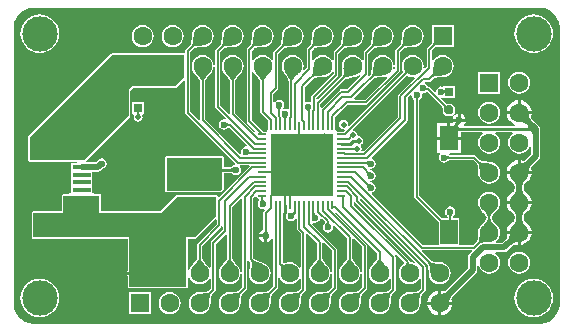
<source format=gtl>
G04*
G04 #@! TF.GenerationSoftware,Altium Limited,Altium Designer,21.6.1 (37)*
G04*
G04 Layer_Physical_Order=1*
G04 Layer_Color=255*
%FSLAX25Y25*%
%MOIN*%
G70*
G04*
G04 #@! TF.SameCoordinates,071825C8-D767-4C1D-B5F0-F0FA3D86134F*
G04*
G04*
G04 #@! TF.FilePolarity,Positive*
G04*
G01*
G75*
%ADD13C,0.01000*%
%ADD14C,0.00600*%
%ADD16R,0.03000X0.03000*%
%ADD17P,0.03247X8X292.5*%
%ADD18R,0.05906X0.07874*%
%ADD19P,0.03247X8X202.5*%
%ADD20R,0.03000X0.03000*%
%ADD21R,0.06299X0.01378*%
%ADD22O,0.00787X0.02756*%
%ADD23O,0.02756X0.00787*%
%ADD24R,0.21063X0.21063*%
%ADD25R,0.03000X0.04000*%
%ADD26R,0.05512X0.04724*%
%ADD47C,0.02000*%
%ADD48C,0.11811*%
%ADD49C,0.06299*%
%ADD50R,0.06299X0.06299*%
%ADD51O,0.07874X0.05906*%
%ADD52O,0.03937X0.03150*%
%ADD53R,0.06299X0.06299*%
%ADD54C,0.01968*%
%ADD55C,0.02362*%
%ADD56C,0.02200*%
G36*
X650542Y398731D02*
X651816Y398203D01*
X652962Y397437D01*
X653937Y396462D01*
X654703Y395316D01*
X655231Y394042D01*
X655500Y392689D01*
Y392000D01*
Y300500D01*
Y299811D01*
X655231Y298458D01*
X654703Y297184D01*
X653937Y296038D01*
X652962Y295063D01*
X651816Y294297D01*
X650542Y293769D01*
X649189Y293500D01*
X479811D01*
X478458Y293769D01*
X477184Y294297D01*
X476038Y295063D01*
X475063Y296038D01*
X474297Y297184D01*
X473769Y298458D01*
X473500Y299811D01*
Y300500D01*
Y392000D01*
Y392689D01*
X473769Y394042D01*
X474297Y395316D01*
X475063Y396462D01*
X476038Y397437D01*
X477184Y398203D01*
X478458Y398731D01*
X479811Y399000D01*
X649189D01*
X650542Y398731D01*
D02*
G37*
%LPC*%
G36*
X606500Y393181D02*
X605547Y393056D01*
X604660Y392688D01*
X603897Y392103D01*
X603312Y391340D01*
X602944Y390453D01*
X602819Y389500D01*
X602820Y389495D01*
X602809Y389470D01*
Y389469D01*
X602809Y389469D01*
X602809Y389469D01*
X602808Y388965D01*
X602794Y388514D01*
X602727Y387723D01*
X602678Y387407D01*
X602618Y387134D01*
X602550Y386909D01*
X602478Y386736D01*
X602409Y386616D01*
X602316Y386502D01*
X602302Y386455D01*
X600923Y385077D01*
X600746Y384812D01*
X600684Y384500D01*
X600684Y384500D01*
Y378427D01*
X600483Y378272D01*
X600124Y378503D01*
X600060Y378577D01*
X600181Y379500D01*
X600056Y380453D01*
X599688Y381341D01*
X599103Y382103D01*
X598341Y382688D01*
X597453Y383056D01*
X596500Y383181D01*
X595547Y383056D01*
X594660Y382688D01*
X593897Y382103D01*
X593312Y381341D01*
X592944Y380453D01*
X592819Y379500D01*
X592820Y379495D01*
X592809Y379470D01*
Y379468D01*
X592809Y379468D01*
X592809Y379468D01*
X592808Y378964D01*
X592794Y378514D01*
X592727Y377724D01*
X592678Y377408D01*
X592618Y377133D01*
X592550Y376909D01*
X592478Y376736D01*
X592409Y376616D01*
X592316Y376502D01*
X592302Y376455D01*
X591943Y376097D01*
X591555Y376416D01*
X591703Y376638D01*
X591765Y376950D01*
X591765Y376950D01*
Y383612D01*
X593456Y385302D01*
X593502Y385316D01*
X593616Y385409D01*
X593736Y385478D01*
X593909Y385550D01*
X594133Y385617D01*
X594407Y385678D01*
X594718Y385726D01*
X595974Y385808D01*
X596468Y385809D01*
X596468Y385809D01*
X596468Y385809D01*
X596470D01*
X596495Y385820D01*
X596500Y385819D01*
X597453Y385944D01*
X598341Y386312D01*
X599103Y386897D01*
X599688Y387660D01*
X600056Y388547D01*
X600181Y389500D01*
X600056Y390453D01*
X599688Y391340D01*
X599103Y392103D01*
X598341Y392688D01*
X597453Y393056D01*
X596500Y393181D01*
X595547Y393056D01*
X594660Y392688D01*
X593897Y392103D01*
X593312Y391340D01*
X592944Y390453D01*
X592819Y389500D01*
X592820Y389495D01*
X592809Y389470D01*
Y389469D01*
X592809Y389469D01*
X592809Y389469D01*
X592808Y388965D01*
X592794Y388514D01*
X592727Y387723D01*
X592678Y387407D01*
X592618Y387134D01*
X592550Y386909D01*
X592478Y386736D01*
X592409Y386616D01*
X592316Y386502D01*
X592302Y386455D01*
X590373Y384526D01*
X590196Y384262D01*
X590134Y383950D01*
X590134Y383950D01*
Y381548D01*
X589895Y381437D01*
X589634Y381411D01*
X589103Y382103D01*
X588341Y382688D01*
X587453Y383056D01*
X586500Y383181D01*
X585547Y383056D01*
X584659Y382688D01*
X583897Y382103D01*
X583312Y381341D01*
X582944Y380453D01*
X582819Y379500D01*
X582882Y379022D01*
X582855Y378923D01*
X582968Y378030D01*
X582990Y377659D01*
X582991Y377323D01*
X582972Y377028D01*
X582935Y376777D01*
X582884Y376569D01*
X582821Y376406D01*
X582753Y376285D01*
X582649Y376159D01*
X582644Y376143D01*
X582629Y376134D01*
X582621Y376098D01*
X574964Y368442D01*
X574457Y368634D01*
X574416Y368962D01*
X581526Y376073D01*
X581703Y376338D01*
X581765Y376650D01*
X581765Y376650D01*
Y383612D01*
X583456Y385302D01*
X583502Y385316D01*
X583616Y385409D01*
X583736Y385478D01*
X583909Y385550D01*
X584133Y385617D01*
X584407Y385678D01*
X584718Y385726D01*
X585974Y385808D01*
X586469Y385809D01*
X586469Y385809D01*
X586469Y385809D01*
X586470D01*
X586495Y385820D01*
X586500Y385819D01*
X587453Y385944D01*
X588341Y386312D01*
X589103Y386897D01*
X589688Y387660D01*
X590056Y388547D01*
X590181Y389500D01*
X590056Y390453D01*
X589688Y391340D01*
X589103Y392103D01*
X588341Y392688D01*
X587453Y393056D01*
X586500Y393181D01*
X585547Y393056D01*
X584659Y392688D01*
X583897Y392103D01*
X583312Y391340D01*
X582944Y390453D01*
X582819Y389500D01*
X582820Y389495D01*
X582809Y389470D01*
Y389469D01*
X582809Y389469D01*
X582809Y389469D01*
X582808Y388965D01*
X582794Y388514D01*
X582727Y387723D01*
X582678Y387407D01*
X582618Y387134D01*
X582550Y386909D01*
X582478Y386736D01*
X582409Y386616D01*
X582316Y386502D01*
X582302Y386455D01*
X580373Y384526D01*
X580196Y384262D01*
X580134Y383950D01*
X580134Y383950D01*
Y381548D01*
X579895Y381437D01*
X579634Y381411D01*
X579103Y382103D01*
X578340Y382688D01*
X577453Y383056D01*
X576500Y383181D01*
X575547Y383056D01*
X574659Y382688D01*
X573897Y382103D01*
X573312Y381341D01*
X572816Y381449D01*
Y384662D01*
X573455Y385302D01*
X573502Y385316D01*
X573616Y385409D01*
X573736Y385478D01*
X573909Y385550D01*
X574133Y385617D01*
X574407Y385678D01*
X574718Y385726D01*
X575974Y385808D01*
X576469Y385809D01*
X576469Y385809D01*
X576469Y385809D01*
X576470D01*
X576495Y385820D01*
X576500Y385819D01*
X577453Y385944D01*
X578340Y386312D01*
X579103Y386897D01*
X579688Y387660D01*
X580056Y388547D01*
X580181Y389500D01*
X580056Y390453D01*
X579688Y391340D01*
X579103Y392103D01*
X578340Y392688D01*
X577453Y393056D01*
X576500Y393181D01*
X575547Y393056D01*
X574659Y392688D01*
X573897Y392103D01*
X573312Y391340D01*
X572944Y390453D01*
X572819Y389500D01*
X572820Y389495D01*
X572809Y389470D01*
Y389469D01*
X572809Y389469D01*
X572809Y389469D01*
X572808Y388965D01*
X572794Y388514D01*
X572727Y387723D01*
X572678Y387407D01*
X572617Y387134D01*
X572550Y386909D01*
X572478Y386736D01*
X572409Y386616D01*
X572316Y386502D01*
X572302Y386455D01*
X571423Y385577D01*
X571246Y385312D01*
X571184Y385000D01*
X571184Y385000D01*
Y378838D01*
X570387Y378041D01*
X569963Y378324D01*
X570056Y378547D01*
X570181Y379500D01*
X570056Y380453D01*
X569688Y381341D01*
X569103Y382103D01*
X568340Y382688D01*
X567453Y383056D01*
X566500Y383181D01*
X565547Y383056D01*
X564660Y382688D01*
X563897Y382103D01*
X563312Y381341D01*
X562944Y380453D01*
X562819Y379500D01*
X562944Y378547D01*
X563312Y377660D01*
X563492Y377425D01*
X563513Y377333D01*
X564128Y376461D01*
X564596Y375736D01*
X564923Y375153D01*
X565028Y374931D01*
X565097Y374750D01*
X565130Y374626D01*
X565143Y374510D01*
X565165Y374469D01*
Y365273D01*
X564724Y365038D01*
X564656Y365084D01*
X564000Y365214D01*
X563728Y365160D01*
X563427Y365610D01*
X563584Y365844D01*
X563714Y366500D01*
X563584Y367156D01*
X563212Y367712D01*
X562656Y368084D01*
X562000Y368214D01*
X561344Y368084D01*
X560788Y367712D01*
X560516Y367304D01*
X560016Y367456D01*
Y370062D01*
X561415Y371462D01*
X561415Y371462D01*
X561592Y371726D01*
X561654Y372039D01*
Y383501D01*
X563455Y385302D01*
X563502Y385316D01*
X563616Y385409D01*
X563736Y385478D01*
X563909Y385550D01*
X564133Y385617D01*
X564407Y385678D01*
X564718Y385726D01*
X565974Y385808D01*
X566468Y385809D01*
X566468Y385809D01*
X566468Y385809D01*
X566470D01*
X566495Y385820D01*
X566500Y385819D01*
X567453Y385944D01*
X568340Y386312D01*
X569103Y386897D01*
X569688Y387660D01*
X570056Y388547D01*
X570181Y389500D01*
X570056Y390453D01*
X569688Y391340D01*
X569103Y392103D01*
X568340Y392688D01*
X567453Y393056D01*
X566500Y393181D01*
X565547Y393056D01*
X564660Y392688D01*
X563897Y392103D01*
X563312Y391340D01*
X562944Y390453D01*
X562819Y389500D01*
X562820Y389495D01*
X562809Y389470D01*
Y389469D01*
X562809Y389469D01*
X562809Y389469D01*
X562808Y388965D01*
X562794Y388514D01*
X562727Y387723D01*
X562678Y387407D01*
X562617Y387134D01*
X562550Y386909D01*
X562478Y386736D01*
X562409Y386616D01*
X562316Y386502D01*
X562302Y386455D01*
X560262Y384415D01*
X560085Y384151D01*
X560023Y383839D01*
X560023Y383839D01*
Y381725D01*
X559523Y381556D01*
X559103Y382103D01*
X558341Y382688D01*
X557453Y383056D01*
X556500Y383181D01*
X555547Y383056D01*
X554660Y382688D01*
X553897Y382103D01*
X553312Y381341D01*
X552816Y381449D01*
Y384662D01*
X553455Y385302D01*
X553502Y385316D01*
X553616Y385409D01*
X553736Y385478D01*
X553909Y385550D01*
X554133Y385617D01*
X554407Y385678D01*
X554718Y385726D01*
X555974Y385808D01*
X556468Y385809D01*
X556468Y385809D01*
X556468Y385809D01*
X556470D01*
X556495Y385820D01*
X556500Y385819D01*
X557453Y385944D01*
X558341Y386312D01*
X559103Y386897D01*
X559688Y387660D01*
X560056Y388547D01*
X560181Y389500D01*
X560056Y390453D01*
X559688Y391340D01*
X559103Y392103D01*
X558341Y392688D01*
X557453Y393056D01*
X556500Y393181D01*
X555547Y393056D01*
X554660Y392688D01*
X553897Y392103D01*
X553312Y391340D01*
X552944Y390453D01*
X552819Y389500D01*
X552820Y389495D01*
X552809Y389470D01*
Y389469D01*
X552809Y389469D01*
X552809Y389469D01*
X552808Y388965D01*
X552794Y388514D01*
X552727Y387723D01*
X552678Y387407D01*
X552618Y387134D01*
X552550Y386909D01*
X552478Y386736D01*
X552409Y386616D01*
X552316Y386502D01*
X552302Y386455D01*
X551423Y385577D01*
X551246Y385312D01*
X551184Y385000D01*
X551184Y385000D01*
Y361047D01*
X551184Y361047D01*
X551246Y360735D01*
X551423Y360471D01*
X554210Y357684D01*
X554202Y357659D01*
X553639Y357514D01*
X547316Y363838D01*
Y374379D01*
X547338Y374421D01*
X547353Y374568D01*
X547389Y374702D01*
X547461Y374874D01*
X547572Y375081D01*
X547723Y375318D01*
X547908Y375572D01*
X548738Y376517D01*
X549088Y376869D01*
X549099Y376894D01*
X549103Y376897D01*
X549688Y377660D01*
X550056Y378547D01*
X550181Y379500D01*
X550056Y380453D01*
X549688Y381341D01*
X549103Y382103D01*
X548341Y382688D01*
X547453Y383056D01*
X546500Y383181D01*
X545547Y383056D01*
X544660Y382688D01*
X543897Y382103D01*
X543312Y381341D01*
X542944Y380453D01*
X542819Y379500D01*
X542944Y378547D01*
X543312Y377660D01*
X543897Y376897D01*
X543901Y376894D01*
X543912Y376869D01*
X544268Y376511D01*
X544577Y376182D01*
X545088Y375576D01*
X545277Y375318D01*
X545428Y375081D01*
X545539Y374874D01*
X545611Y374701D01*
X545647Y374568D01*
X545661Y374421D01*
X545684Y374379D01*
Y363676D01*
X545214Y363451D01*
X545203Y363450D01*
X542316Y366338D01*
Y384162D01*
X543456Y385302D01*
X543502Y385316D01*
X543616Y385409D01*
X543736Y385478D01*
X543909Y385550D01*
X544133Y385617D01*
X544407Y385678D01*
X544718Y385726D01*
X545974Y385808D01*
X546468Y385809D01*
X546468Y385809D01*
X546468Y385809D01*
X546470D01*
X546495Y385820D01*
X546500Y385819D01*
X547453Y385944D01*
X548341Y386312D01*
X549103Y386897D01*
X549688Y387660D01*
X550056Y388547D01*
X550181Y389500D01*
X550056Y390453D01*
X549688Y391340D01*
X549103Y392103D01*
X548341Y392688D01*
X547453Y393056D01*
X546500Y393181D01*
X545547Y393056D01*
X544660Y392688D01*
X543897Y392103D01*
X543312Y391340D01*
X542944Y390453D01*
X542819Y389500D01*
X542820Y389495D01*
X542809Y389470D01*
Y389469D01*
X542809Y389469D01*
X542809Y389469D01*
X542808Y388965D01*
X542794Y388514D01*
X542727Y387723D01*
X542678Y387407D01*
X542618Y387134D01*
X542550Y386909D01*
X542478Y386736D01*
X542409Y386616D01*
X542316Y386502D01*
X542302Y386455D01*
X540923Y385077D01*
X540746Y384812D01*
X540684Y384500D01*
X540684Y384500D01*
Y366000D01*
X540684Y366000D01*
X540746Y365688D01*
X540923Y365423D01*
X544311Y362036D01*
X544031Y361608D01*
X543500Y361714D01*
X542844Y361584D01*
X542288Y361212D01*
X541916Y360656D01*
X541786Y360000D01*
X541916Y359344D01*
X542288Y358788D01*
X542844Y358416D01*
X543500Y358286D01*
X544156Y358416D01*
X544689Y358772D01*
X544721Y358785D01*
X544813Y358875D01*
X544893Y358945D01*
X544968Y359003D01*
X545039Y359051D01*
X545104Y359088D01*
X545163Y359116D01*
X545212Y359134D01*
X551153Y353193D01*
X551064Y352913D01*
X550938Y352702D01*
X550344Y352584D01*
X549788Y352212D01*
X549416Y351656D01*
X549286Y351000D01*
X549416Y350344D01*
X549028Y350026D01*
X537316Y361738D01*
Y374379D01*
X537338Y374421D01*
X537353Y374568D01*
X537389Y374702D01*
X537461Y374874D01*
X537572Y375081D01*
X537723Y375318D01*
X537909Y375572D01*
X538738Y376517D01*
X539088Y376869D01*
X539099Y376894D01*
X539103Y376897D01*
X539688Y377660D01*
X540056Y378547D01*
X540181Y379500D01*
X540056Y380453D01*
X539688Y381341D01*
X539103Y382103D01*
X538341Y382688D01*
X537453Y383056D01*
X536500Y383181D01*
X535547Y383056D01*
X534659Y382688D01*
X533897Y382103D01*
X533312Y381341D01*
X532944Y380453D01*
X532819Y379500D01*
X532944Y378547D01*
X533312Y377660D01*
X533897Y376897D01*
X533901Y376894D01*
X533912Y376869D01*
X534268Y376511D01*
X534577Y376182D01*
X535088Y375576D01*
X535277Y375318D01*
X535428Y375081D01*
X535539Y374874D01*
X535611Y374701D01*
X535647Y374568D01*
X535662Y374421D01*
X535684Y374379D01*
Y361676D01*
X535184Y361469D01*
X532316Y364338D01*
Y384162D01*
X533456Y385302D01*
X533502Y385316D01*
X533616Y385409D01*
X533736Y385478D01*
X533909Y385550D01*
X534133Y385617D01*
X534407Y385678D01*
X534718Y385726D01*
X535974Y385808D01*
X536469Y385809D01*
X536469Y385809D01*
X536469Y385809D01*
X536470D01*
X536495Y385820D01*
X536500Y385819D01*
X537453Y385944D01*
X538341Y386312D01*
X539103Y386897D01*
X539688Y387660D01*
X540056Y388547D01*
X540181Y389500D01*
X540056Y390453D01*
X539688Y391340D01*
X539103Y392103D01*
X538341Y392688D01*
X537453Y393056D01*
X536500Y393181D01*
X535547Y393056D01*
X534659Y392688D01*
X533897Y392103D01*
X533312Y391340D01*
X532944Y390453D01*
X532819Y389500D01*
X532820Y389495D01*
X532809Y389470D01*
Y389469D01*
X532809Y389469D01*
X532809Y389469D01*
X532808Y388965D01*
X532794Y388514D01*
X532727Y387723D01*
X532678Y387407D01*
X532618Y387134D01*
X532550Y386909D01*
X532478Y386736D01*
X532409Y386616D01*
X532316Y386502D01*
X532302Y386455D01*
X530923Y385077D01*
X530746Y384812D01*
X530684Y384500D01*
X530684Y384500D01*
Y383931D01*
X530400Y383741D01*
X506300D01*
X505917Y383583D01*
X505917Y383583D01*
X478417Y356083D01*
X478259Y355700D01*
X478259Y355700D01*
Y348200D01*
X478417Y347817D01*
X478800Y347659D01*
X494760D01*
X494997Y347159D01*
X494896Y347035D01*
X492468D01*
Y344976D01*
X492468Y344657D01*
X492468D01*
Y344476D01*
X492468D01*
Y342417D01*
X492468Y342098D01*
X492468Y341598D01*
Y339858D01*
X492468Y339539D01*
X492468Y339039D01*
Y337299D01*
X491968D01*
Y336841D01*
X490000D01*
X489617Y336683D01*
X489459Y336300D01*
Y331041D01*
X480100D01*
X479717Y330883D01*
X479559Y330500D01*
Y322400D01*
X479717Y322017D01*
X480100Y321859D01*
X511459D01*
Y311587D01*
X511457Y311583D01*
X511380Y311000D01*
X512000D01*
Y322400D01*
X480100D01*
Y330500D01*
X490000D01*
Y336300D01*
X502000D01*
X502100Y336400D01*
Y330500D01*
X522500D01*
X528000Y336000D01*
X541000D01*
Y329500D01*
X533900Y322400D01*
X531000D01*
Y306000D01*
X512000D01*
Y310000D01*
X511380D01*
X511457Y309417D01*
X511459Y309413D01*
Y306000D01*
X511617Y305617D01*
X512000Y305459D01*
X531000D01*
X531383Y305617D01*
X531541Y306000D01*
Y309214D01*
X532041Y309313D01*
X532312Y308660D01*
X532897Y307897D01*
X533660Y307312D01*
X534547Y306944D01*
X535500Y306819D01*
X536453Y306944D01*
X537340Y307312D01*
X538103Y307897D01*
X538688Y308660D01*
X539184Y308551D01*
Y305338D01*
X538545Y304698D01*
X538498Y304684D01*
X538384Y304591D01*
X538264Y304522D01*
X538091Y304450D01*
X537867Y304382D01*
X537593Y304322D01*
X537282Y304274D01*
X536026Y304192D01*
X535532Y304191D01*
X535532Y304191D01*
X535532Y304191D01*
X535530D01*
X535505Y304180D01*
X535500Y304181D01*
X534547Y304056D01*
X533660Y303688D01*
X532897Y303103D01*
X532312Y302341D01*
X531944Y301453D01*
X531819Y300500D01*
X531944Y299547D01*
X532312Y298659D01*
X532897Y297897D01*
X533660Y297312D01*
X534547Y296944D01*
X535500Y296819D01*
X536453Y296944D01*
X537340Y297312D01*
X538103Y297897D01*
X538688Y298659D01*
X539056Y299547D01*
X539181Y300500D01*
X539180Y300505D01*
X539191Y300530D01*
Y300532D01*
X539191Y300532D01*
X539191Y300532D01*
X539192Y301035D01*
X539206Y301486D01*
X539273Y302276D01*
X539322Y302592D01*
X539383Y302867D01*
X539450Y303091D01*
X539522Y303264D01*
X539591Y303384D01*
X539684Y303498D01*
X539698Y303544D01*
X540577Y304423D01*
X540754Y304688D01*
X540816Y305000D01*
X540816Y305000D01*
Y320162D01*
X544184Y323531D01*
X544684Y323324D01*
Y315621D01*
X544662Y315579D01*
X544647Y315432D01*
X544611Y315298D01*
X544539Y315125D01*
X544428Y314919D01*
X544277Y314682D01*
X544092Y314428D01*
X543261Y313483D01*
X542912Y313131D01*
X542901Y313106D01*
X542897Y313103D01*
X542312Y312340D01*
X541944Y311453D01*
X541819Y310500D01*
X541944Y309547D01*
X542312Y308660D01*
X542897Y307897D01*
X543659Y307312D01*
X544547Y306944D01*
X545500Y306819D01*
X546453Y306944D01*
X547340Y307312D01*
X548103Y307897D01*
X548688Y308660D01*
X549056Y309547D01*
X549181Y310500D01*
X549056Y311453D01*
X548688Y312340D01*
X548103Y313103D01*
X548099Y313106D01*
X548088Y313131D01*
X547732Y313489D01*
X547423Y313818D01*
X546912Y314424D01*
X546723Y314682D01*
X546572Y314919D01*
X546461Y315125D01*
X546389Y315299D01*
X546353Y315432D01*
X546339Y315579D01*
X546316Y315621D01*
Y332662D01*
X549184Y335531D01*
X549684Y335324D01*
Y305838D01*
X548545Y304698D01*
X548498Y304684D01*
X548384Y304591D01*
X548264Y304522D01*
X548091Y304450D01*
X547867Y304382D01*
X547593Y304322D01*
X547282Y304274D01*
X546026Y304192D01*
X545532Y304191D01*
X545532Y304191D01*
X545532Y304191D01*
X545530D01*
X545505Y304180D01*
X545500Y304181D01*
X544547Y304056D01*
X543659Y303688D01*
X542897Y303103D01*
X542312Y302341D01*
X541944Y301453D01*
X541819Y300500D01*
X541944Y299547D01*
X542312Y298659D01*
X542897Y297897D01*
X543659Y297312D01*
X544547Y296944D01*
X545500Y296819D01*
X546453Y296944D01*
X547340Y297312D01*
X548103Y297897D01*
X548688Y298659D01*
X549056Y299547D01*
X549181Y300500D01*
X549180Y300505D01*
X549191Y300530D01*
Y300532D01*
X549191Y300532D01*
X549191Y300532D01*
X549192Y301035D01*
X549206Y301486D01*
X549273Y302276D01*
X549322Y302592D01*
X549382Y302867D01*
X549450Y303091D01*
X549522Y303264D01*
X549591Y303384D01*
X549684Y303498D01*
X549698Y303545D01*
X551077Y304923D01*
X551077Y304923D01*
X551254Y305188D01*
X551316Y305500D01*
X551316Y305500D01*
Y314528D01*
X551816Y314626D01*
X551923Y314465D01*
X552136Y314253D01*
X552150Y314205D01*
X552263Y314070D01*
X552327Y313955D01*
X552378Y313811D01*
X552411Y313634D01*
X552422Y313419D01*
X552408Y313167D01*
X552365Y312878D01*
X552292Y312556D01*
X552187Y312200D01*
X552046Y311801D01*
X552051Y311710D01*
X551944Y311453D01*
X551819Y310500D01*
X551944Y309547D01*
X552312Y308660D01*
X552897Y307897D01*
X553659Y307312D01*
X554547Y306944D01*
X555500Y306819D01*
X556453Y306944D01*
X557340Y307312D01*
X558103Y307897D01*
X558688Y308660D01*
X559056Y309547D01*
X559181Y310500D01*
X559056Y311453D01*
X558688Y312340D01*
X558103Y313103D01*
X557340Y313688D01*
X556827Y313901D01*
X556748Y313973D01*
X556747Y313973D01*
X556746Y313974D01*
X555099Y314575D01*
X553755Y315108D01*
X553590Y315184D01*
X553504Y315229D01*
X553462Y315259D01*
X553429Y315267D01*
X553316Y315380D01*
Y335562D01*
X553927Y336173D01*
X554467Y336006D01*
X554485Y335915D01*
X554682Y335619D01*
X554978Y335422D01*
X555045Y335408D01*
X555111Y335364D01*
X555155Y335324D01*
X555199Y335263D01*
X555287Y335072D01*
X555327Y334942D01*
X555326Y334853D01*
X555315Y334832D01*
X555186Y334624D01*
X555107Y334513D01*
X555083Y334405D01*
X554916Y334156D01*
X554786Y333500D01*
X554916Y332844D01*
X555288Y332288D01*
X555844Y331916D01*
X556500Y331786D01*
X556952Y331876D01*
X557199Y331415D01*
X556923Y331140D01*
X556746Y330875D01*
X556684Y330563D01*
X556684Y330563D01*
Y325062D01*
X556649Y325055D01*
X555928Y324572D01*
X555445Y323851D01*
X555376Y323500D01*
X557500D01*
Y323000D01*
X558000D01*
Y320876D01*
X558351Y320945D01*
X559072Y321427D01*
X559259Y321707D01*
X559939Y321826D01*
X560023Y321765D01*
Y306176D01*
X558545Y304698D01*
X558498Y304684D01*
X558384Y304591D01*
X558264Y304522D01*
X558091Y304450D01*
X557867Y304382D01*
X557593Y304322D01*
X557282Y304274D01*
X556026Y304192D01*
X555532Y304191D01*
X555532Y304191D01*
X555532Y304191D01*
X555530D01*
X555505Y304180D01*
X555500Y304181D01*
X554547Y304056D01*
X553659Y303688D01*
X552897Y303103D01*
X552312Y302341D01*
X551944Y301453D01*
X551819Y300500D01*
X551944Y299547D01*
X552312Y298659D01*
X552897Y297897D01*
X553659Y297312D01*
X554547Y296944D01*
X555500Y296819D01*
X556453Y296944D01*
X557340Y297312D01*
X558103Y297897D01*
X558688Y298659D01*
X559056Y299547D01*
X559181Y300500D01*
X559180Y300505D01*
X559191Y300530D01*
Y300532D01*
X559191Y300532D01*
X559191Y300532D01*
X559192Y301035D01*
X559206Y301486D01*
X559273Y302276D01*
X559322Y302592D01*
X559382Y302867D01*
X559450Y303091D01*
X559522Y303264D01*
X559591Y303384D01*
X559684Y303498D01*
X559698Y303545D01*
X561415Y305262D01*
X561415Y305262D01*
X561592Y305526D01*
X561654Y305839D01*
Y308941D01*
X562154Y309040D01*
X562312Y308660D01*
X562897Y307897D01*
X563659Y307312D01*
X564547Y306944D01*
X565500Y306819D01*
X566453Y306944D01*
X567341Y307312D01*
X568103Y307897D01*
X568688Y308660D01*
X569184Y308551D01*
Y305338D01*
X568544Y304698D01*
X568498Y304684D01*
X568384Y304591D01*
X568264Y304522D01*
X568091Y304450D01*
X567867Y304382D01*
X567593Y304322D01*
X567282Y304274D01*
X566026Y304192D01*
X565531Y304191D01*
X565531Y304191D01*
X565531Y304191D01*
X565530D01*
X565505Y304180D01*
X565500Y304181D01*
X564547Y304056D01*
X563659Y303688D01*
X562897Y303103D01*
X562312Y302341D01*
X561944Y301453D01*
X561819Y300500D01*
X561944Y299547D01*
X562312Y298659D01*
X562897Y297897D01*
X563659Y297312D01*
X564547Y296944D01*
X565500Y296819D01*
X566453Y296944D01*
X567341Y297312D01*
X568103Y297897D01*
X568688Y298659D01*
X569056Y299547D01*
X569181Y300500D01*
X569180Y300505D01*
X569191Y300530D01*
Y300532D01*
X569191Y300532D01*
X569191Y300532D01*
X569192Y301035D01*
X569206Y301486D01*
X569273Y302276D01*
X569322Y302592D01*
X569382Y302867D01*
X569450Y303091D01*
X569522Y303264D01*
X569591Y303384D01*
X569684Y303498D01*
X569698Y303544D01*
X570577Y304423D01*
X570754Y304688D01*
X570816Y305000D01*
X570816Y305000D01*
Y323524D01*
X571316Y323731D01*
X574684Y320362D01*
Y315621D01*
X574661Y315579D01*
X574647Y315432D01*
X574611Y315298D01*
X574539Y315125D01*
X574428Y314919D01*
X574277Y314682D01*
X574091Y314428D01*
X573261Y313483D01*
X572912Y313131D01*
X572901Y313106D01*
X572897Y313103D01*
X572312Y312340D01*
X571944Y311453D01*
X571819Y310500D01*
X571944Y309547D01*
X572312Y308660D01*
X572897Y307897D01*
X573660Y307312D01*
X574547Y306944D01*
X575500Y306819D01*
X576453Y306944D01*
X577341Y307312D01*
X578103Y307897D01*
X578688Y308660D01*
X579056Y309547D01*
X579181Y310500D01*
X579056Y311453D01*
X578688Y312340D01*
X578103Y313103D01*
X578099Y313106D01*
X578088Y313131D01*
X577732Y313489D01*
X577423Y313818D01*
X576912Y314424D01*
X576723Y314682D01*
X576572Y314919D01*
X576461Y315125D01*
X576389Y315299D01*
X576353Y315432D01*
X576338Y315579D01*
X576316Y315621D01*
Y320524D01*
X576786Y320749D01*
X576797Y320750D01*
X579684Y317862D01*
Y305838D01*
X578545Y304698D01*
X578498Y304684D01*
X578384Y304591D01*
X578264Y304522D01*
X578091Y304450D01*
X577867Y304382D01*
X577593Y304322D01*
X577282Y304274D01*
X576026Y304192D01*
X575531Y304191D01*
X575531Y304191D01*
X575531Y304191D01*
X575530D01*
X575505Y304180D01*
X575500Y304181D01*
X574547Y304056D01*
X573660Y303688D01*
X572897Y303103D01*
X572312Y302341D01*
X571944Y301453D01*
X571819Y300500D01*
X571944Y299547D01*
X572312Y298659D01*
X572897Y297897D01*
X573660Y297312D01*
X574547Y296944D01*
X575500Y296819D01*
X576453Y296944D01*
X577341Y297312D01*
X578103Y297897D01*
X578688Y298659D01*
X579056Y299547D01*
X579181Y300500D01*
X579180Y300505D01*
X579191Y300530D01*
Y300532D01*
X579191Y300532D01*
X579191Y300532D01*
X579192Y301035D01*
X579206Y301486D01*
X579273Y302276D01*
X579322Y302592D01*
X579383Y302867D01*
X579450Y303091D01*
X579522Y303264D01*
X579591Y303384D01*
X579684Y303498D01*
X579698Y303545D01*
X581077Y304923D01*
X581077Y304923D01*
X581254Y305188D01*
X581316Y305500D01*
X581316Y305500D01*
Y318200D01*
X581254Y318512D01*
X581077Y318777D01*
X581077Y318777D01*
X573046Y326807D01*
X573066Y326941D01*
X573081Y326968D01*
X573625Y327301D01*
X573949Y327237D01*
X574605Y327367D01*
X575161Y327739D01*
X575533Y328295D01*
X575588Y328571D01*
X576130Y328735D01*
X577356Y327509D01*
X577349Y327466D01*
X577336Y327417D01*
X577316Y327363D01*
X577288Y327304D01*
X577251Y327239D01*
X577203Y327168D01*
X577145Y327093D01*
X577075Y327013D01*
X576985Y326921D01*
X576972Y326888D01*
X576616Y326356D01*
X576486Y325700D01*
X576616Y325044D01*
X576988Y324488D01*
X577544Y324116D01*
X578200Y323986D01*
X578856Y324116D01*
X579412Y324488D01*
X579784Y325044D01*
X579914Y325700D01*
X579808Y326231D01*
X580236Y326511D01*
X584684Y322062D01*
Y315621D01*
X584661Y315579D01*
X584647Y315432D01*
X584611Y315298D01*
X584539Y315125D01*
X584428Y314919D01*
X584277Y314682D01*
X584092Y314428D01*
X583261Y313483D01*
X582912Y313131D01*
X582901Y313106D01*
X582897Y313103D01*
X582312Y312340D01*
X581944Y311453D01*
X581819Y310500D01*
X581944Y309547D01*
X582312Y308660D01*
X582897Y307897D01*
X583660Y307312D01*
X584547Y306944D01*
X585500Y306819D01*
X586453Y306944D01*
X587340Y307312D01*
X588103Y307897D01*
X588688Y308660D01*
X589056Y309547D01*
X589181Y310500D01*
X589056Y311453D01*
X588688Y312340D01*
X588103Y313103D01*
X588099Y313106D01*
X588088Y313131D01*
X587732Y313489D01*
X587423Y313818D01*
X586912Y314424D01*
X586723Y314682D01*
X586572Y314919D01*
X586461Y315125D01*
X586389Y315299D01*
X586353Y315432D01*
X586339Y315579D01*
X586316Y315621D01*
Y321824D01*
X586816Y322031D01*
X589684Y319162D01*
Y305838D01*
X588545Y304698D01*
X588498Y304684D01*
X588384Y304591D01*
X588264Y304522D01*
X588091Y304450D01*
X587867Y304382D01*
X587593Y304322D01*
X587282Y304274D01*
X586026Y304192D01*
X585532Y304191D01*
X585532Y304191D01*
X585532Y304191D01*
X585530D01*
X585505Y304180D01*
X585500Y304181D01*
X584547Y304056D01*
X583660Y303688D01*
X582897Y303103D01*
X582312Y302341D01*
X581944Y301453D01*
X581819Y300500D01*
X581944Y299547D01*
X582312Y298659D01*
X582897Y297897D01*
X583660Y297312D01*
X584547Y296944D01*
X585500Y296819D01*
X586453Y296944D01*
X587340Y297312D01*
X588103Y297897D01*
X588688Y298659D01*
X589056Y299547D01*
X589181Y300500D01*
X589180Y300505D01*
X589191Y300530D01*
Y300532D01*
X589191Y300532D01*
X589191Y300532D01*
X589192Y301035D01*
X589206Y301486D01*
X589273Y302276D01*
X589322Y302592D01*
X589383Y302867D01*
X589450Y303091D01*
X589522Y303264D01*
X589591Y303384D01*
X589684Y303498D01*
X589698Y303545D01*
X591077Y304923D01*
X591077Y304923D01*
X591254Y305188D01*
X591316Y305500D01*
X591316Y305500D01*
Y319500D01*
X591254Y319812D01*
X591077Y320077D01*
X591077Y320077D01*
X580514Y330639D01*
X580659Y331202D01*
X580684Y331209D01*
X594684Y317209D01*
Y315621D01*
X594662Y315579D01*
X594647Y315432D01*
X594611Y315298D01*
X594539Y315125D01*
X594428Y314919D01*
X594277Y314682D01*
X594092Y314428D01*
X593261Y313483D01*
X592912Y313131D01*
X592901Y313106D01*
X592897Y313103D01*
X592312Y312340D01*
X591944Y311453D01*
X591819Y310500D01*
X591944Y309547D01*
X592312Y308660D01*
X592897Y307897D01*
X593659Y307312D01*
X594547Y306944D01*
X595500Y306819D01*
X596453Y306944D01*
X597340Y307312D01*
X598103Y307897D01*
X598688Y308660D01*
X599184Y308551D01*
Y305338D01*
X598545Y304698D01*
X598498Y304684D01*
X598384Y304591D01*
X598264Y304522D01*
X598091Y304450D01*
X597867Y304382D01*
X597593Y304322D01*
X597282Y304274D01*
X596026Y304192D01*
X595532Y304191D01*
X595532Y304191D01*
X595532Y304191D01*
X595530D01*
X595505Y304180D01*
X595500Y304181D01*
X594547Y304056D01*
X593659Y303688D01*
X592897Y303103D01*
X592312Y302341D01*
X591944Y301453D01*
X591819Y300500D01*
X591944Y299547D01*
X592312Y298659D01*
X592897Y297897D01*
X593659Y297312D01*
X594547Y296944D01*
X595500Y296819D01*
X596453Y296944D01*
X597340Y297312D01*
X598103Y297897D01*
X598688Y298659D01*
X599056Y299547D01*
X599181Y300500D01*
X599180Y300505D01*
X599191Y300530D01*
Y300532D01*
X599191Y300532D01*
X599191Y300532D01*
X599192Y301035D01*
X599206Y301486D01*
X599273Y302276D01*
X599322Y302592D01*
X599382Y302867D01*
X599450Y303091D01*
X599522Y303264D01*
X599591Y303384D01*
X599684Y303498D01*
X599698Y303544D01*
X600577Y304423D01*
X600754Y304688D01*
X600816Y305000D01*
X600816Y305000D01*
Y316000D01*
X600754Y316312D01*
X600605Y316534D01*
X600994Y316853D01*
X603608Y314239D01*
X603640Y314176D01*
X603645Y314040D01*
X603542Y313598D01*
X602897Y313103D01*
X602312Y312340D01*
X601944Y311453D01*
X601819Y310500D01*
X601944Y309547D01*
X602312Y308660D01*
X602897Y307897D01*
X603659Y307312D01*
X604547Y306944D01*
X605500Y306819D01*
X606453Y306944D01*
X607340Y307312D01*
X608103Y307897D01*
X608688Y308660D01*
X609184Y308551D01*
Y305338D01*
X608544Y304698D01*
X608498Y304684D01*
X608384Y304591D01*
X608264Y304522D01*
X608091Y304450D01*
X607867Y304382D01*
X607593Y304322D01*
X607282Y304274D01*
X606026Y304192D01*
X605532Y304191D01*
X605532Y304191D01*
X605532Y304191D01*
X605530D01*
X605505Y304180D01*
X605500Y304181D01*
X604547Y304056D01*
X603659Y303688D01*
X602897Y303103D01*
X602312Y302341D01*
X601944Y301453D01*
X601819Y300500D01*
X601944Y299547D01*
X602312Y298659D01*
X602897Y297897D01*
X603659Y297312D01*
X604547Y296944D01*
X605500Y296819D01*
X606453Y296944D01*
X607340Y297312D01*
X608103Y297897D01*
X608688Y298659D01*
X609056Y299547D01*
X609181Y300500D01*
X609180Y300505D01*
X609191Y300530D01*
Y300532D01*
X609191Y300532D01*
X609191Y300532D01*
X609192Y301035D01*
X609206Y301486D01*
X609273Y302276D01*
X609322Y302592D01*
X609382Y302867D01*
X609450Y303091D01*
X609522Y303264D01*
X609591Y303384D01*
X609684Y303498D01*
X609698Y303544D01*
X610577Y304423D01*
X610754Y304688D01*
X610816Y305000D01*
X610816Y305000D01*
Y312600D01*
X610816Y312600D01*
X610754Y312912D01*
X610577Y313177D01*
X610577Y313177D01*
X588892Y334862D01*
X588937Y335239D01*
X589421Y335426D01*
X611302Y313545D01*
X611316Y313498D01*
X611409Y313384D01*
X611478Y313264D01*
X611550Y313091D01*
X611618Y312867D01*
X611678Y312593D01*
X611726Y312282D01*
X611808Y311026D01*
X611809Y310531D01*
X611809Y310531D01*
X611809Y310531D01*
Y310530D01*
X611820Y310505D01*
X611819Y310500D01*
X611944Y309547D01*
X612312Y308660D01*
X612897Y307897D01*
X613659Y307312D01*
X614547Y306944D01*
X615500Y306819D01*
X616453Y306944D01*
X617341Y307312D01*
X618103Y307897D01*
X618688Y308660D01*
X619056Y309547D01*
X619181Y310500D01*
X619056Y311453D01*
X618688Y312340D01*
X618103Y313103D01*
X617341Y313688D01*
X616453Y314056D01*
X615500Y314181D01*
X615495Y314180D01*
X615470Y314191D01*
X615469D01*
X615469Y314191D01*
X615469Y314191D01*
X614964Y314192D01*
X614514Y314206D01*
X613724Y314273D01*
X613408Y314322D01*
X613133Y314383D01*
X612909Y314450D01*
X612736Y314522D01*
X612616Y314591D01*
X612502Y314684D01*
X612455Y314698D01*
X609450Y317703D01*
X609451Y317714D01*
X609676Y318184D01*
X626168D01*
X626360Y317722D01*
X625419Y316781D01*
X625087Y316285D01*
X624971Y315700D01*
Y312134D01*
X617900Y305063D01*
X617875Y305054D01*
X617681Y304875D01*
X617493Y304731D01*
X617295Y304603D01*
X617086Y304493D01*
X616895Y304414D01*
X616583Y304543D01*
X616000Y304620D01*
Y303668D01*
X616180Y303684D01*
X616484Y303733D01*
X616775Y303802D01*
X617052Y303892D01*
X617317Y304003D01*
X617568Y304135D01*
X617805Y304288D01*
X618030Y304461D01*
X618241Y304655D01*
X619655Y303241D01*
X619461Y303030D01*
X619288Y302805D01*
X619135Y302568D01*
X619003Y302317D01*
X618892Y302052D01*
X618802Y301775D01*
X618733Y301484D01*
X618684Y301180D01*
X618669Y301000D01*
X619620D01*
X619543Y301583D01*
X619414Y301895D01*
X619493Y302086D01*
X619603Y302295D01*
X619731Y302493D01*
X619875Y302681D01*
X620054Y302875D01*
X620063Y302900D01*
X627581Y310419D01*
X627913Y310915D01*
X628029Y311500D01*
Y312742D01*
X628529Y312842D01*
X628812Y312159D01*
X629397Y311397D01*
X630160Y310812D01*
X631047Y310444D01*
X632000Y310319D01*
X632953Y310444D01*
X633841Y310812D01*
X634603Y311397D01*
X635188Y312159D01*
X635556Y313047D01*
X635681Y314000D01*
X635556Y314953D01*
X635188Y315841D01*
X634603Y316603D01*
X633993Y317071D01*
X634163Y317571D01*
X637100D01*
X637685Y317687D01*
X638181Y318019D01*
X639600Y319437D01*
X639625Y319446D01*
X639819Y319625D01*
X640007Y319770D01*
X640205Y319897D01*
X640414Y320006D01*
X640605Y320087D01*
X640917Y319957D01*
X641500Y319880D01*
Y320831D01*
X641320Y320816D01*
X641016Y320767D01*
X640725Y320698D01*
X640448Y320607D01*
X640183Y320497D01*
X639932Y320365D01*
X639695Y320212D01*
X639470Y320039D01*
X639259Y319845D01*
X637845Y321259D01*
X638039Y321470D01*
X638212Y321695D01*
X638365Y321932D01*
X638497Y322183D01*
X638608Y322448D01*
X638698Y322725D01*
X638767Y323016D01*
X638816Y323320D01*
X638832Y323500D01*
X637880D01*
X637957Y322917D01*
X638087Y322605D01*
X638006Y322414D01*
X637897Y322205D01*
X637770Y322007D01*
X637625Y321819D01*
X637446Y321625D01*
X637437Y321600D01*
X636467Y320629D01*
X634424D01*
X634254Y321129D01*
X634603Y321397D01*
X635188Y322160D01*
X635556Y323047D01*
X635681Y324000D01*
X635556Y324953D01*
X635188Y325840D01*
X634603Y326603D01*
X634599Y326606D01*
X634588Y326631D01*
X634232Y326989D01*
X633923Y327318D01*
X633412Y327924D01*
X633223Y328182D01*
X633072Y328419D01*
X632961Y328625D01*
X632889Y328799D01*
X632853Y328932D01*
X632846Y329000D01*
X632853Y329068D01*
X632889Y329202D01*
X632961Y329375D01*
X633072Y329581D01*
X633223Y329818D01*
X633408Y330072D01*
X634238Y331017D01*
X634588Y331369D01*
X634599Y331394D01*
X634603Y331397D01*
X635188Y332159D01*
X635556Y333047D01*
X635681Y334000D01*
X635556Y334953D01*
X635188Y335841D01*
X634603Y336603D01*
X633841Y337188D01*
X632953Y337556D01*
X632000Y337681D01*
X631047Y337556D01*
X630160Y337188D01*
X629397Y336603D01*
X628812Y335841D01*
X628444Y334953D01*
X628319Y334000D01*
X628444Y333047D01*
X628812Y332159D01*
X629397Y331397D01*
X629401Y331394D01*
X629412Y331369D01*
X629768Y331011D01*
X630077Y330682D01*
X630588Y330076D01*
X630777Y329818D01*
X630928Y329581D01*
X631039Y329375D01*
X631111Y329202D01*
X631147Y329068D01*
X631154Y329000D01*
X631147Y328932D01*
X631111Y328798D01*
X631039Y328625D01*
X630928Y328419D01*
X630777Y328182D01*
X630591Y327928D01*
X629762Y326983D01*
X629412Y326631D01*
X629401Y326606D01*
X629397Y326603D01*
X628812Y325840D01*
X628444Y324953D01*
X628319Y324000D01*
X628320Y323995D01*
X628309Y323970D01*
Y323969D01*
X628309Y323969D01*
X628309Y323969D01*
X628308Y323464D01*
X628294Y323014D01*
X628227Y322223D01*
X628178Y321907D01*
X628118Y321634D01*
X628050Y321409D01*
X627978Y321236D01*
X627909Y321116D01*
X627816Y321002D01*
X627802Y320955D01*
X626662Y319816D01*
X622525D01*
X622031Y319832D01*
Y328706D01*
X620103D01*
X619948Y328950D01*
X619844Y329190D01*
X619851Y329234D01*
X619864Y329283D01*
X619884Y329337D01*
X619912Y329396D01*
X619949Y329461D01*
X619997Y329532D01*
X620055Y329607D01*
X620125Y329687D01*
X620215Y329779D01*
X620228Y329812D01*
X620584Y330344D01*
X620714Y331000D01*
X620584Y331656D01*
X620212Y332212D01*
X619656Y332584D01*
X619000Y332714D01*
X618344Y332584D01*
X617788Y332212D01*
X617416Y331656D01*
X617286Y331000D01*
X617416Y330344D01*
X617772Y329812D01*
X617785Y329779D01*
X617875Y329687D01*
X617945Y329607D01*
X618003Y329532D01*
X618051Y329461D01*
X618088Y329396D01*
X618116Y329337D01*
X618136Y329283D01*
X618149Y329234D01*
X618156Y329190D01*
X618052Y328950D01*
X617897Y328706D01*
X616279D01*
X608716Y336269D01*
Y368223D01*
X609112Y368488D01*
X609484Y369044D01*
X609614Y369700D01*
X609545Y370047D01*
X609897Y370482D01*
X609928Y370492D01*
X610556Y370616D01*
X610950Y370880D01*
X610988Y370884D01*
X611459Y370769D01*
X616334Y365895D01*
X616356Y365836D01*
X616436Y365753D01*
X616491Y365689D01*
X616500Y365677D01*
Y365563D01*
X616483Y365521D01*
X616496Y365489D01*
X616487Y365455D01*
X616500Y365432D01*
Y363882D01*
X617500Y362882D01*
X619500D01*
X620500Y363882D01*
Y365882D01*
X619500Y366882D01*
X617950D01*
X617927Y366895D01*
X617893Y366886D01*
X617861Y366899D01*
X617819Y366882D01*
X617705D01*
X617693Y366891D01*
X617629Y366946D01*
X617546Y367025D01*
X617487Y367048D01*
X616021Y368515D01*
X616189Y369054D01*
X616390Y369091D01*
X616500Y369000D01*
Y369000D01*
X620500D01*
Y373000D01*
X616500D01*
Y373000D01*
X616122Y372690D01*
X616000Y372714D01*
X615344Y372584D01*
X614788Y372212D01*
X614416Y371656D01*
X614286Y371000D01*
X614297Y370946D01*
X613836Y370700D01*
X612096Y372440D01*
X611831Y372616D01*
X611652Y372652D01*
X611539Y372704D01*
X611531Y372704D01*
X611531Y372707D01*
X611510Y372723D01*
X611484Y372856D01*
X611112Y373412D01*
X610656Y373716D01*
X610747Y374217D01*
X612032D01*
X612032Y374217D01*
X612344Y374279D01*
X612609Y374455D01*
X613455Y375302D01*
X613502Y375316D01*
X613616Y375409D01*
X613736Y375478D01*
X613909Y375550D01*
X614133Y375618D01*
X614407Y375678D01*
X614718Y375726D01*
X615974Y375808D01*
X616468Y375809D01*
X616468Y375809D01*
X616468Y375809D01*
X616470D01*
X616495Y375820D01*
X616500Y375819D01*
X617453Y375944D01*
X618340Y376312D01*
X619103Y376897D01*
X619688Y377660D01*
X620056Y378547D01*
X620181Y379500D01*
X620056Y380453D01*
X619688Y381341D01*
X619103Y382103D01*
X618340Y382688D01*
X617453Y383056D01*
X616500Y383181D01*
X615547Y383056D01*
X614660Y382688D01*
X613897Y382103D01*
X613312Y381341D01*
X612816Y381449D01*
Y384662D01*
X613674Y385521D01*
X613731Y385542D01*
X613954Y385749D01*
X614030Y385810D01*
X614088Y385850D01*
X614140D01*
X614211Y385821D01*
X614252Y385838D01*
X614295Y385828D01*
X614332Y385850D01*
X620150D01*
Y393150D01*
X612850D01*
Y387332D01*
X612828Y387295D01*
X612838Y387252D01*
X612821Y387211D01*
X612850Y387140D01*
Y387088D01*
X612814Y387036D01*
X612655Y386849D01*
X612549Y386738D01*
X612525Y386679D01*
X611423Y385577D01*
X611246Y385312D01*
X611184Y385000D01*
X611184Y385000D01*
Y379338D01*
X610585Y378739D01*
X610112Y378972D01*
X610181Y379500D01*
X610056Y380453D01*
X609688Y381341D01*
X609103Y382103D01*
X608341Y382688D01*
X607453Y383056D01*
X606500Y383181D01*
X605547Y383056D01*
X604660Y382688D01*
X603897Y382103D01*
X603312Y381341D01*
X602944Y380453D01*
X602819Y379500D01*
X602944Y378547D01*
X603312Y377660D01*
X603396Y377550D01*
X585443Y359596D01*
X584982Y359843D01*
X585013Y360000D01*
X584898Y360579D01*
X584570Y361070D01*
X584079Y361398D01*
X583500Y361513D01*
X582921Y361398D01*
X582430Y361070D01*
X582102Y360579D01*
X581987Y360000D01*
X582102Y359421D01*
X582430Y358930D01*
X582921Y358602D01*
X583500Y358487D01*
X583657Y358518D01*
X583904Y358057D01*
X583494Y357647D01*
X581705D01*
X581531Y357613D01*
X581111Y357869D01*
X581032Y357963D01*
Y358032D01*
X580963D01*
X580869Y358111D01*
X580613Y358531D01*
X580647Y358705D01*
Y360673D01*
X580624Y360791D01*
X580637Y360822D01*
X580600Y360911D01*
X580597Y360928D01*
X580606Y360954D01*
X580604Y360984D01*
X580604Y360987D01*
X580603Y360993D01*
X580578Y361414D01*
X580577Y361514D01*
X580552Y361575D01*
Y362398D01*
X584838Y366684D01*
X591000D01*
X591000Y366684D01*
X591312Y366746D01*
X591577Y366923D01*
X602077Y377423D01*
X602077Y377423D01*
X602254Y377688D01*
X602316Y378000D01*
Y384162D01*
X603455Y385302D01*
X603502Y385316D01*
X603616Y385409D01*
X603736Y385478D01*
X603909Y385550D01*
X604133Y385617D01*
X604407Y385678D01*
X604718Y385726D01*
X605974Y385808D01*
X606468Y385809D01*
X606468Y385809D01*
X606468Y385809D01*
X606470D01*
X606495Y385820D01*
X606500Y385819D01*
X607453Y385944D01*
X608341Y386312D01*
X609103Y386897D01*
X609688Y387660D01*
X610056Y388547D01*
X610181Y389500D01*
X610056Y390453D01*
X609688Y391340D01*
X609103Y392103D01*
X608341Y392688D01*
X607453Y393056D01*
X606500Y393181D01*
D02*
G37*
G36*
X526500D02*
X525547Y393056D01*
X524659Y392688D01*
X523897Y392103D01*
X523312Y391340D01*
X522944Y390453D01*
X522819Y389500D01*
X522944Y388547D01*
X523312Y387660D01*
X523897Y386897D01*
X524659Y386312D01*
X525547Y385944D01*
X526500Y385819D01*
X527453Y385944D01*
X528340Y386312D01*
X529103Y386897D01*
X529688Y387660D01*
X530056Y388547D01*
X530181Y389500D01*
X530056Y390453D01*
X529688Y391340D01*
X529103Y392103D01*
X528340Y392688D01*
X527453Y393056D01*
X526500Y393181D01*
D02*
G37*
G36*
X516500D02*
X515547Y393056D01*
X514660Y392688D01*
X513897Y392103D01*
X513312Y391340D01*
X512944Y390453D01*
X512819Y389500D01*
X512944Y388547D01*
X513312Y387660D01*
X513897Y386897D01*
X514660Y386312D01*
X515547Y385944D01*
X516500Y385819D01*
X517453Y385944D01*
X518340Y386312D01*
X519103Y386897D01*
X519688Y387660D01*
X520056Y388547D01*
X520181Y389500D01*
X520056Y390453D01*
X519688Y391340D01*
X519103Y392103D01*
X518340Y392688D01*
X517453Y393056D01*
X516500Y393181D01*
D02*
G37*
G36*
X646819Y396755D02*
X645563Y396632D01*
X644356Y396266D01*
X643243Y395671D01*
X642268Y394870D01*
X641467Y393895D01*
X640872Y392782D01*
X640506Y391575D01*
X640382Y390319D01*
X640506Y389063D01*
X640872Y387856D01*
X641467Y386743D01*
X642268Y385768D01*
X643243Y384967D01*
X644356Y384372D01*
X645563Y384006D01*
X646819Y383882D01*
X648075Y384006D01*
X649282Y384372D01*
X650395Y384967D01*
X651370Y385768D01*
X652171Y386743D01*
X652765Y387856D01*
X653132Y389063D01*
X653255Y390319D01*
X653132Y391575D01*
X652765Y392782D01*
X652171Y393895D01*
X651370Y394870D01*
X650395Y395671D01*
X649282Y396266D01*
X648075Y396632D01*
X646819Y396755D01*
D02*
G37*
G36*
X482181D02*
X480925Y396632D01*
X479718Y396266D01*
X478605Y395671D01*
X477630Y394870D01*
X476829Y393895D01*
X476235Y392782D01*
X475868Y391575D01*
X475745Y390319D01*
X475868Y389063D01*
X476235Y387856D01*
X476829Y386743D01*
X477630Y385768D01*
X478605Y384967D01*
X479718Y384372D01*
X480925Y384006D01*
X482181Y383882D01*
X483437Y384006D01*
X484644Y384372D01*
X485757Y384967D01*
X486732Y385768D01*
X487533Y386743D01*
X488128Y387856D01*
X488494Y389063D01*
X488618Y390319D01*
X488494Y391575D01*
X488128Y392782D01*
X487533Y393895D01*
X486732Y394870D01*
X485757Y395671D01*
X484644Y396266D01*
X483437Y396632D01*
X482181Y396755D01*
D02*
G37*
G36*
X635650Y377650D02*
X628350D01*
Y370350D01*
X635650D01*
Y377650D01*
D02*
G37*
G36*
X642000Y377681D02*
X641047Y377556D01*
X640160Y377188D01*
X639397Y376603D01*
X638812Y375840D01*
X638444Y374953D01*
X638319Y374000D01*
X638444Y373047D01*
X638812Y372160D01*
X639397Y371397D01*
X640160Y370812D01*
X641047Y370444D01*
X642000Y370319D01*
X642953Y370444D01*
X643841Y370812D01*
X644603Y371397D01*
X645188Y372160D01*
X645556Y373047D01*
X645681Y374000D01*
X645556Y374953D01*
X645188Y375840D01*
X644603Y376603D01*
X643841Y377188D01*
X642953Y377556D01*
X642000Y377681D01*
D02*
G37*
G36*
X642500Y368120D02*
Y364500D01*
X646120D01*
X646043Y365083D01*
X645625Y366093D01*
X644959Y366960D01*
X644093Y367625D01*
X643083Y368043D01*
X642500Y368120D01*
D02*
G37*
G36*
X641500D02*
X640917Y368043D01*
X639907Y367625D01*
X639041Y366960D01*
X638375Y366093D01*
X637957Y365083D01*
X637880Y364500D01*
X641500D01*
Y368120D01*
D02*
G37*
G36*
X622500Y363624D02*
Y362000D01*
X624124D01*
X624055Y362351D01*
X623572Y363072D01*
X622851Y363555D01*
X622500Y363624D01*
D02*
G37*
G36*
X621500D02*
X621149Y363555D01*
X620428Y363072D01*
X619945Y362351D01*
X619876Y362000D01*
X621500D01*
Y363624D01*
D02*
G37*
G36*
X632000Y367681D02*
X631047Y367556D01*
X630160Y367188D01*
X629397Y366603D01*
X628812Y365841D01*
X628444Y364953D01*
X628319Y364000D01*
X628444Y363047D01*
X628812Y362159D01*
X629397Y361397D01*
X630160Y360812D01*
X631047Y360444D01*
X632000Y360319D01*
X632953Y360444D01*
X633841Y360812D01*
X634603Y361397D01*
X635188Y362159D01*
X635556Y363047D01*
X635681Y364000D01*
X635556Y364953D01*
X635188Y365841D01*
X634603Y366603D01*
X633841Y367188D01*
X632953Y367556D01*
X632000Y367681D01*
D02*
G37*
G36*
X646120Y363500D02*
X645168D01*
X645184Y363320D01*
X645233Y363016D01*
X645302Y362725D01*
X645393Y362448D01*
X645503Y362183D01*
X645635Y361932D01*
X645788Y361695D01*
X645961Y361470D01*
X646155Y361259D01*
X644895Y359998D01*
X646460Y359098D01*
X646512Y359102D01*
X646640Y359133D01*
X646734Y359168D01*
X646793Y359208D01*
Y358906D01*
X647500Y358500D01*
X646500Y356000D01*
X646490Y356380D01*
X646460Y356720D01*
X646410Y357020D01*
X646340Y357280D01*
X646250Y357500D01*
X646140Y357680D01*
X646010Y357820D01*
X645860Y357920D01*
X645707Y357974D01*
X645007Y357998D01*
X644634Y358000D01*
Y358947D01*
X644586Y359000D01*
X644762Y359014D01*
X644889Y359057D01*
X644969Y359127D01*
X645000Y359226D01*
X644982Y359353D01*
X644917Y359509D01*
X644803Y359693D01*
X644497Y360064D01*
X644305Y360212D01*
X644068Y360365D01*
X643817Y360497D01*
X643552Y360608D01*
X643275Y360698D01*
X642984Y360767D01*
X642680Y360816D01*
X642362Y360843D01*
X642031Y360851D01*
X644681Y363500D01*
X642000D01*
X637880D01*
X637957Y362917D01*
X638375Y361907D01*
X639041Y361040D01*
X639907Y360375D01*
X640766Y360020D01*
X640667Y359520D01*
X623794D01*
X623634Y360020D01*
X624055Y360649D01*
X624124Y361000D01*
X620993D01*
X622070Y360321D01*
X622030Y360314D01*
X621984Y360297D01*
X621932Y360272D01*
X621874Y360236D01*
X621810Y360191D01*
X621663Y360072D01*
X621492Y359915D01*
X621449Y359872D01*
X621441Y359425D01*
X620294Y359413D01*
X620324Y359420D01*
X620351Y359440D01*
X620375Y359474D01*
X620396Y359521D01*
X620413Y359582D01*
X620427Y359655D01*
X620438Y359743D01*
X620451Y359957D01*
X620453Y360084D01*
X621058D01*
X620599Y360438D01*
X620674Y360515D01*
X620793Y360660D01*
X620839Y360727D01*
X620874Y360790D01*
X620900Y360850D01*
X620916Y360907D01*
X620922Y360960D01*
X620920Y361000D01*
X619876D01*
X619888Y360937D01*
X619540Y360448D01*
X619517Y360437D01*
X619000D01*
Y356000D01*
X622453D01*
Y357459D01*
X622455Y357459D01*
X622503Y357480D01*
X629719D01*
X629889Y356980D01*
X629397Y356603D01*
X628812Y355840D01*
X628444Y354953D01*
X628319Y354000D01*
X628444Y353047D01*
X628812Y352160D01*
X629397Y351397D01*
X630160Y350812D01*
X631047Y350444D01*
X632000Y350319D01*
X632953Y350444D01*
X633841Y350812D01*
X634603Y351397D01*
X635188Y352160D01*
X635556Y353047D01*
X635681Y354000D01*
X635556Y354953D01*
X635188Y355840D01*
X634603Y356603D01*
X634111Y356980D01*
X634281Y357480D01*
X639719D01*
X639889Y356980D01*
X639397Y356603D01*
X638812Y355840D01*
X638444Y354953D01*
X638319Y354000D01*
X638444Y353047D01*
X638812Y352160D01*
X639397Y351397D01*
X640160Y350812D01*
X641047Y350444D01*
X642000Y350319D01*
X642953Y350444D01*
X643841Y350812D01*
X644603Y351397D01*
X645188Y352160D01*
X645471Y352842D01*
X645971Y352743D01*
Y350133D01*
X644400Y348563D01*
X644375Y348554D01*
X644181Y348375D01*
X643993Y348231D01*
X643795Y348103D01*
X643586Y347993D01*
X643395Y347914D01*
X643083Y348043D01*
X642500Y348120D01*
Y347168D01*
X642680Y347184D01*
X642984Y347233D01*
X643275Y347302D01*
X643552Y347393D01*
X643817Y347503D01*
X644068Y347635D01*
X644305Y347788D01*
X644530Y347961D01*
X644741Y348155D01*
X646155Y346741D01*
X645961Y346530D01*
X645788Y346305D01*
X645635Y346068D01*
X645503Y345817D01*
X645393Y345552D01*
X645302Y345275D01*
X645233Y344984D01*
X645184Y344680D01*
X645168Y344500D01*
X646120D01*
X646043Y345083D01*
X645914Y345395D01*
X645994Y345586D01*
X646103Y345795D01*
X646231Y345993D01*
X646375Y346181D01*
X646554Y346375D01*
X646563Y346400D01*
X648581Y348419D01*
X648913Y348915D01*
X649029Y349500D01*
Y358500D01*
X648913Y359085D01*
X648581Y359581D01*
X646563Y361600D01*
X646554Y361625D01*
X646375Y361819D01*
X646231Y362007D01*
X646103Y362205D01*
X645994Y362414D01*
X645914Y362605D01*
X646043Y362917D01*
X646120Y363500D01*
D02*
G37*
G36*
X618000Y360437D02*
X614547D01*
Y356000D01*
X618000D01*
Y360437D01*
D02*
G37*
G36*
X642500Y346681D02*
Y344500D01*
X644681D01*
X642500Y346681D01*
D02*
G37*
G36*
X641500Y348120D02*
X640917Y348043D01*
X639907Y347625D01*
X639041Y346959D01*
X638375Y346093D01*
X637957Y345083D01*
X637880Y344500D01*
X641500D01*
Y348120D01*
D02*
G37*
G36*
X622453Y355000D02*
X618500D01*
X614547D01*
Y350563D01*
X615482D01*
X615688Y350063D01*
X615416Y349656D01*
X615286Y349000D01*
X615416Y348344D01*
X615788Y347788D01*
X616344Y347416D01*
X617000Y347286D01*
X617656Y347416D01*
X618188Y347772D01*
X618221Y347785D01*
X618313Y347875D01*
X618393Y347945D01*
X618468Y348003D01*
X618539Y348051D01*
X618604Y348088D01*
X618664Y348116D01*
X618717Y348136D01*
X618766Y348149D01*
X618810Y348156D01*
X618880Y348160D01*
X618932Y348184D01*
X626662D01*
X627802Y347044D01*
X627816Y346998D01*
X627909Y346884D01*
X627978Y346764D01*
X628050Y346591D01*
X628118Y346367D01*
X628178Y346093D01*
X628226Y345782D01*
X628308Y344526D01*
X628309Y344032D01*
X628309Y344032D01*
X628309Y344032D01*
Y344030D01*
X628320Y344005D01*
X628319Y344000D01*
X628444Y343047D01*
X628812Y342160D01*
X629397Y341397D01*
X630160Y340812D01*
X631047Y340444D01*
X632000Y340319D01*
X632953Y340444D01*
X633841Y340812D01*
X634603Y341397D01*
X635188Y342160D01*
X635556Y343047D01*
X635681Y344000D01*
X635556Y344953D01*
X635188Y345841D01*
X634603Y346603D01*
X633841Y347188D01*
X632953Y347556D01*
X632000Y347681D01*
X631995Y347680D01*
X631970Y347691D01*
X631968D01*
X631968Y347691D01*
X631968Y347691D01*
X631464Y347692D01*
X631014Y347706D01*
X630224Y347773D01*
X629908Y347822D01*
X629634Y347883D01*
X629409Y347950D01*
X629236Y348022D01*
X629116Y348091D01*
X629002Y348184D01*
X628956Y348198D01*
X627577Y349577D01*
X627312Y349754D01*
X627000Y349816D01*
X627000Y349816D01*
X618932D01*
X618880Y349840D01*
X618810Y349844D01*
X618766Y349851D01*
X618717Y349864D01*
X618664Y349884D01*
X618645Y349892D01*
X618584Y350063D01*
X618678Y350278D01*
X618957Y350563D01*
X622453D01*
Y355000D01*
D02*
G37*
G36*
X646120Y343500D02*
X642000D01*
X637880D01*
X637957Y342917D01*
X638375Y341907D01*
X639041Y341040D01*
X639907Y340375D01*
X640219Y340246D01*
X640298Y340055D01*
X640368Y339829D01*
X640418Y339599D01*
X640448Y339364D01*
X640459Y339101D01*
X640471Y339076D01*
Y338924D01*
X640459Y338899D01*
X640448Y338636D01*
X640418Y338401D01*
X640368Y338171D01*
X640298Y337945D01*
X640219Y337754D01*
X639907Y337625D01*
X639041Y336960D01*
X638375Y336093D01*
X637957Y335083D01*
X637880Y334500D01*
X642000D01*
X646120D01*
X646043Y335083D01*
X645625Y336093D01*
X644959Y336960D01*
X644093Y337625D01*
X643781Y337754D01*
X643703Y337945D01*
X643632Y338171D01*
X643582Y338401D01*
X643552Y338636D01*
X643541Y338899D01*
X643529Y338924D01*
Y339076D01*
X643541Y339101D01*
X643552Y339364D01*
X643582Y339599D01*
X643632Y339829D01*
X643703Y340055D01*
X643781Y340246D01*
X644093Y340375D01*
X644959Y341040D01*
X645625Y341907D01*
X646043Y342917D01*
X646120Y343500D01*
D02*
G37*
G36*
Y333500D02*
X642000D01*
X637880D01*
X637957Y332917D01*
X638375Y331907D01*
X639041Y331041D01*
X639907Y330375D01*
X640219Y330246D01*
X640298Y330055D01*
X640368Y329829D01*
X640418Y329599D01*
X640448Y329364D01*
X640459Y329101D01*
X640471Y329077D01*
Y328924D01*
X640459Y328899D01*
X640448Y328636D01*
X640418Y328401D01*
X640368Y328171D01*
X640298Y327945D01*
X640219Y327754D01*
X639907Y327625D01*
X639041Y326959D01*
X638375Y326093D01*
X637957Y325083D01*
X637880Y324500D01*
X642000D01*
X646120D01*
X646043Y325083D01*
X645625Y326093D01*
X644959Y326959D01*
X644093Y327625D01*
X643781Y327754D01*
X643703Y327945D01*
X643632Y328171D01*
X643582Y328401D01*
X643552Y328636D01*
X643541Y328899D01*
X643529Y328924D01*
Y329077D01*
X643541Y329101D01*
X643552Y329364D01*
X643582Y329599D01*
X643632Y329829D01*
X643703Y330055D01*
X643781Y330246D01*
X644093Y330375D01*
X644959Y331041D01*
X645625Y331907D01*
X646043Y332917D01*
X646120Y333500D01*
D02*
G37*
G36*
X641500Y323500D02*
X639319D01*
X641500Y321319D01*
Y323500D01*
D02*
G37*
G36*
X557000Y322500D02*
X555376D01*
X555445Y322149D01*
X555928Y321427D01*
X556649Y320945D01*
X557000Y320876D01*
Y322500D01*
D02*
G37*
G36*
X646120Y323500D02*
X642500D01*
Y319880D01*
X643083Y319957D01*
X644093Y320375D01*
X644959Y321041D01*
X645625Y321907D01*
X646043Y322917D01*
X646120Y323500D01*
D02*
G37*
G36*
X642000Y317681D02*
X641047Y317556D01*
X640160Y317188D01*
X639397Y316603D01*
X638812Y315841D01*
X638444Y314953D01*
X638319Y314000D01*
X638444Y313047D01*
X638812Y312159D01*
X639397Y311397D01*
X640160Y310812D01*
X641047Y310444D01*
X642000Y310319D01*
X642953Y310444D01*
X643841Y310812D01*
X644603Y311397D01*
X645188Y312159D01*
X645556Y313047D01*
X645681Y314000D01*
X645556Y314953D01*
X645188Y315841D01*
X644603Y316603D01*
X643841Y317188D01*
X642953Y317556D01*
X642000Y317681D01*
D02*
G37*
G36*
X616000Y303181D02*
Y301000D01*
X618181D01*
X616000Y303181D01*
D02*
G37*
G36*
X615000Y304620D02*
X614417Y304543D01*
X613407Y304125D01*
X612540Y303460D01*
X611875Y302593D01*
X611457Y301583D01*
X611380Y301000D01*
X615000D01*
Y304620D01*
D02*
G37*
G36*
X519150Y304150D02*
X511850D01*
Y296850D01*
X519150D01*
Y304150D01*
D02*
G37*
G36*
X525500Y304181D02*
X524547Y304056D01*
X523660Y303688D01*
X522897Y303103D01*
X522312Y302341D01*
X521944Y301453D01*
X521819Y300500D01*
X521944Y299547D01*
X522312Y298659D01*
X522897Y297897D01*
X523660Y297312D01*
X524547Y296944D01*
X525500Y296819D01*
X526453Y296944D01*
X527341Y297312D01*
X528103Y297897D01*
X528688Y298659D01*
X529056Y299547D01*
X529181Y300500D01*
X529056Y301453D01*
X528688Y302341D01*
X528103Y303103D01*
X527341Y303688D01*
X526453Y304056D01*
X525500Y304181D01*
D02*
G37*
G36*
X619620Y300000D02*
X616000D01*
Y296380D01*
X616583Y296457D01*
X617593Y296875D01*
X618460Y297540D01*
X619125Y298407D01*
X619543Y299417D01*
X619620Y300000D01*
D02*
G37*
G36*
X615000D02*
X611380D01*
X611457Y299417D01*
X611875Y298407D01*
X612540Y297540D01*
X613407Y296875D01*
X614417Y296457D01*
X615000Y296380D01*
Y300000D01*
D02*
G37*
G36*
X646819Y308618D02*
X645563Y308494D01*
X644356Y308128D01*
X643243Y307533D01*
X642268Y306732D01*
X641467Y305757D01*
X640872Y304644D01*
X640506Y303437D01*
X640382Y302181D01*
X640506Y300925D01*
X640872Y299718D01*
X641467Y298605D01*
X642268Y297630D01*
X643243Y296829D01*
X644356Y296234D01*
X645563Y295868D01*
X646819Y295745D01*
X648075Y295868D01*
X649282Y296234D01*
X650395Y296829D01*
X651370Y297630D01*
X652171Y298605D01*
X652765Y299718D01*
X653132Y300925D01*
X653255Y302181D01*
X653132Y303437D01*
X652765Y304644D01*
X652171Y305757D01*
X651370Y306732D01*
X650395Y307533D01*
X649282Y308128D01*
X648075Y308494D01*
X646819Y308618D01*
D02*
G37*
G36*
X482181D02*
X480925Y308494D01*
X479718Y308128D01*
X478605Y307533D01*
X477630Y306732D01*
X476829Y305757D01*
X476235Y304644D01*
X475868Y303437D01*
X475745Y302181D01*
X475868Y300925D01*
X476235Y299718D01*
X476829Y298605D01*
X477630Y297630D01*
X478605Y296829D01*
X479718Y296234D01*
X480925Y295868D01*
X482181Y295745D01*
X483437Y295868D01*
X484644Y296234D01*
X485757Y296829D01*
X486732Y297630D01*
X487533Y298605D01*
X488128Y299718D01*
X488494Y300925D01*
X488618Y302181D01*
X488494Y303437D01*
X488128Y304644D01*
X487533Y305757D01*
X486732Y306732D01*
X485757Y307533D01*
X484644Y308128D01*
X483437Y308494D01*
X482181Y308618D01*
D02*
G37*
%LPD*%
G36*
X614211Y386362D02*
X614164Y386396D01*
X614109Y386413D01*
X614045D01*
X613973Y386396D01*
X613893Y386362D01*
X613804Y386312D01*
X613706Y386244D01*
X613600Y386159D01*
X613362Y385938D01*
X612938Y386362D01*
X613057Y386485D01*
X613244Y386706D01*
X613311Y386804D01*
X613362Y386893D01*
X613396Y386973D01*
X613413Y387046D01*
Y387109D01*
X613396Y387164D01*
X613362Y387211D01*
X614211Y386362D01*
D02*
G37*
G36*
X606468Y386351D02*
X605955Y386349D01*
X604659Y386265D01*
X604308Y386210D01*
X603997Y386142D01*
X603727Y386060D01*
X603497Y385965D01*
X603308Y385856D01*
X603159Y385735D01*
X602735Y386159D01*
X602856Y386308D01*
X602965Y386497D01*
X603060Y386727D01*
X603142Y386997D01*
X603210Y387308D01*
X603265Y387659D01*
X603335Y388483D01*
X603349Y388955D01*
X603351Y389469D01*
X606468Y386351D01*
D02*
G37*
G36*
X596468D02*
X595955Y386349D01*
X594659Y386265D01*
X594308Y386210D01*
X593997Y386142D01*
X593727Y386060D01*
X593497Y385965D01*
X593308Y385856D01*
X593159Y385735D01*
X592735Y386159D01*
X592857Y386308D01*
X592965Y386497D01*
X593060Y386727D01*
X593142Y386997D01*
X593210Y387308D01*
X593265Y387659D01*
X593334Y388483D01*
X593349Y388955D01*
X593351Y389469D01*
X596468Y386351D01*
D02*
G37*
G36*
X586469D02*
X585955Y386349D01*
X584659Y386265D01*
X584308Y386210D01*
X583997Y386142D01*
X583727Y386060D01*
X583497Y385965D01*
X583308Y385856D01*
X583159Y385735D01*
X582735Y386159D01*
X582857Y386308D01*
X582965Y386497D01*
X583060Y386727D01*
X583142Y386997D01*
X583210Y387308D01*
X583265Y387659D01*
X583334Y388483D01*
X583349Y388955D01*
X583351Y389469D01*
X586469Y386351D01*
D02*
G37*
G36*
X576469D02*
X575955Y386349D01*
X574659Y386265D01*
X574308Y386210D01*
X573997Y386142D01*
X573727Y386060D01*
X573497Y385965D01*
X573308Y385856D01*
X573159Y385735D01*
X572735Y386159D01*
X572857Y386308D01*
X572965Y386497D01*
X573060Y386727D01*
X573142Y386997D01*
X573210Y387308D01*
X573265Y387659D01*
X573335Y388483D01*
X573349Y388955D01*
X573351Y389469D01*
X576469Y386351D01*
D02*
G37*
G36*
X566468D02*
X565955Y386349D01*
X564659Y386265D01*
X564308Y386210D01*
X563997Y386142D01*
X563727Y386060D01*
X563497Y385965D01*
X563308Y385856D01*
X563159Y385735D01*
X562735Y386159D01*
X562856Y386308D01*
X562965Y386497D01*
X563060Y386727D01*
X563142Y386997D01*
X563210Y387308D01*
X563265Y387659D01*
X563335Y388483D01*
X563349Y388955D01*
X563351Y389469D01*
X566468Y386351D01*
D02*
G37*
G36*
X556468D02*
X555955Y386349D01*
X554659Y386265D01*
X554308Y386210D01*
X553997Y386142D01*
X553727Y386060D01*
X553497Y385965D01*
X553308Y385856D01*
X553159Y385735D01*
X552735Y386159D01*
X552856Y386308D01*
X552965Y386497D01*
X553060Y386727D01*
X553142Y386997D01*
X553210Y387308D01*
X553265Y387659D01*
X553335Y388483D01*
X553349Y388955D01*
X553351Y389469D01*
X556468Y386351D01*
D02*
G37*
G36*
X546468D02*
X545955Y386349D01*
X544659Y386265D01*
X544308Y386210D01*
X543997Y386142D01*
X543727Y386060D01*
X543497Y385965D01*
X543308Y385856D01*
X543159Y385735D01*
X542735Y386159D01*
X542857Y386308D01*
X542965Y386497D01*
X543060Y386727D01*
X543142Y386997D01*
X543210Y387308D01*
X543265Y387659D01*
X543334Y388483D01*
X543349Y388955D01*
X543351Y389469D01*
X546468Y386351D01*
D02*
G37*
G36*
X536469D02*
X535955Y386349D01*
X534659Y386265D01*
X534308Y386210D01*
X533997Y386142D01*
X533727Y386060D01*
X533497Y385965D01*
X533308Y385856D01*
X533159Y385735D01*
X532735Y386159D01*
X532857Y386308D01*
X532965Y386497D01*
X533060Y386727D01*
X533142Y386997D01*
X533210Y387308D01*
X533265Y387659D01*
X533334Y388483D01*
X533349Y388955D01*
X533351Y389469D01*
X536469Y386351D01*
D02*
G37*
G36*
X589148Y376301D02*
X584662Y371816D01*
X582737D01*
X582425Y371754D01*
X582161Y371577D01*
X582161Y371577D01*
X576252Y365668D01*
X575752Y365875D01*
Y366922D01*
X583850Y375021D01*
X583895Y375034D01*
X583989Y375109D01*
X584101Y375174D01*
X584278Y375252D01*
X584495Y375329D01*
X586494Y375766D01*
X587028Y375847D01*
X587028Y375848D01*
X587029Y375847D01*
X587116Y375900D01*
X587453Y375944D01*
X588341Y376312D01*
X588817Y376678D01*
X589148Y376301D01*
D02*
G37*
G36*
X597960Y375613D02*
X590662Y368316D01*
X587176D01*
X586969Y368816D01*
X593456Y375302D01*
X593502Y375316D01*
X593616Y375409D01*
X593736Y375478D01*
X593909Y375550D01*
X594133Y375618D01*
X594407Y375678D01*
X594718Y375726D01*
X595974Y375808D01*
X596468Y375809D01*
X596468Y375809D01*
X596468Y375809D01*
X596470D01*
X596495Y375820D01*
X596500Y375819D01*
X597453Y375944D01*
X597676Y376037D01*
X597960Y375613D01*
D02*
G37*
G36*
X579895Y377563D02*
X580134Y377452D01*
Y376988D01*
X572923Y369777D01*
X572746Y369512D01*
X572684Y369200D01*
X572684Y369200D01*
Y367630D01*
X572303Y367426D01*
X572184Y367415D01*
X571600Y367531D01*
X571016Y367415D01*
X570897Y367426D01*
X570516Y367630D01*
Y372362D01*
X573455Y375302D01*
X573502Y375316D01*
X573616Y375409D01*
X573736Y375478D01*
X573909Y375550D01*
X574133Y375618D01*
X574407Y375678D01*
X574718Y375726D01*
X575974Y375808D01*
X576469Y375809D01*
X576469Y375809D01*
X576469Y375809D01*
X576470D01*
X576495Y375820D01*
X576500Y375819D01*
X577453Y375944D01*
X578340Y376312D01*
X579103Y376897D01*
X579634Y377589D01*
X579895Y377563D01*
D02*
G37*
G36*
X616468Y376351D02*
X615955Y376349D01*
X614659Y376265D01*
X614308Y376210D01*
X613997Y376142D01*
X613727Y376060D01*
X613497Y375965D01*
X613308Y375856D01*
X613159Y375735D01*
X612735Y376159D01*
X612856Y376308D01*
X612965Y376497D01*
X613060Y376727D01*
X613142Y376997D01*
X613210Y377308D01*
X613265Y377659D01*
X613335Y378483D01*
X613349Y378955D01*
X613351Y379468D01*
X616468Y376351D01*
D02*
G37*
G36*
X596468D02*
X595955Y376349D01*
X594659Y376265D01*
X594308Y376210D01*
X593997Y376142D01*
X593727Y376060D01*
X593497Y375965D01*
X593308Y375856D01*
X593159Y375735D01*
X592735Y376159D01*
X592857Y376308D01*
X592965Y376497D01*
X593060Y376727D01*
X593142Y376997D01*
X593210Y377308D01*
X593265Y377659D01*
X593334Y378483D01*
X593349Y378955D01*
X593351Y379468D01*
X596468Y376351D01*
D02*
G37*
G36*
X576469D02*
X575955Y376349D01*
X574659Y376265D01*
X574308Y376210D01*
X573997Y376142D01*
X573727Y376060D01*
X573497Y375965D01*
X573308Y375856D01*
X573159Y375735D01*
X572735Y376159D01*
X572857Y376308D01*
X572965Y376497D01*
X573060Y376727D01*
X573142Y376997D01*
X573210Y377308D01*
X573265Y377659D01*
X573335Y378483D01*
X573349Y378955D01*
X573351Y379468D01*
X576469Y376351D01*
D02*
G37*
G36*
X586947Y376382D02*
X586395Y376299D01*
X584345Y375851D01*
X584077Y375755D01*
X583856Y375657D01*
X583682Y375557D01*
X583556Y375455D01*
X583066Y375814D01*
X583200Y375977D01*
X583312Y376174D01*
X583401Y376406D01*
X583467Y376672D01*
X583511Y376972D01*
X583532Y377307D01*
X583531Y377676D01*
X583507Y378080D01*
X583392Y378991D01*
X586947Y376382D01*
D02*
G37*
G36*
X558343Y376887D02*
X557486Y375910D01*
X557276Y375623D01*
X557105Y375355D01*
X556971Y375107D01*
X556876Y374877D01*
X556819Y374666D01*
X556800Y374475D01*
X556200D01*
X556181Y374666D01*
X556124Y374877D01*
X556029Y375107D01*
X555895Y375355D01*
X555724Y375623D01*
X555514Y375910D01*
X554981Y376542D01*
X554657Y376887D01*
X554295Y377251D01*
X558705D01*
X558343Y376887D01*
D02*
G37*
G36*
X548343D02*
X547486Y375910D01*
X547276Y375623D01*
X547105Y375355D01*
X546971Y375107D01*
X546876Y374877D01*
X546819Y374666D01*
X546800Y374475D01*
X546200D01*
X546181Y374666D01*
X546124Y374877D01*
X546029Y375107D01*
X545895Y375355D01*
X545724Y375623D01*
X545514Y375910D01*
X544981Y376542D01*
X544657Y376887D01*
X544295Y377251D01*
X548705D01*
X548343Y376887D01*
D02*
G37*
G36*
X538343D02*
X537486Y375910D01*
X537276Y375623D01*
X537105Y375355D01*
X536971Y375107D01*
X536876Y374877D01*
X536819Y374666D01*
X536800Y374475D01*
X536200D01*
X536181Y374666D01*
X536124Y374877D01*
X536029Y375107D01*
X535895Y375355D01*
X535724Y375623D01*
X535514Y375910D01*
X534981Y376542D01*
X534657Y376887D01*
X534295Y377251D01*
X538705D01*
X538343Y376887D01*
D02*
G37*
G36*
X568304Y376918D02*
X567920Y376639D01*
X567272Y376104D01*
X567009Y375848D01*
X566787Y375599D01*
X566605Y375358D01*
X566463Y375124D01*
X566362Y374898D01*
X566301Y374679D01*
X566281Y374468D01*
X565681Y374569D01*
X565664Y374727D01*
X565612Y374918D01*
X565526Y375143D01*
X565405Y375401D01*
X565060Y376016D01*
X564576Y376764D01*
X563955Y377645D01*
X568304Y376918D01*
D02*
G37*
G36*
X530400Y375800D02*
X527300Y372700D01*
X513100D01*
X513200Y372800D01*
X512900Y372700D01*
X513100D01*
X511800Y371400D01*
Y362800D01*
X497400Y348400D01*
X497200Y348200D01*
X478800D01*
Y355700D01*
X506300Y383200D01*
X530400D01*
Y375800D01*
D02*
G37*
G36*
X611070Y372395D02*
X611093Y372346D01*
X611122Y372303D01*
X611159Y372266D01*
X611202Y372234D01*
X611251Y372209D01*
X611308Y372189D01*
X611372Y372174D01*
X611442Y372166D01*
X611519Y372163D01*
Y371563D01*
X611406Y371561D01*
X611203Y371545D01*
X611113Y371530D01*
X611030Y371512D01*
X610955Y371490D01*
X610887Y371463D01*
X610827Y371433D01*
X610775Y371398D01*
X610730Y371360D01*
X611055Y372449D01*
X611070Y372395D01*
D02*
G37*
G36*
X616947Y371727D02*
X617049Y371637D01*
X617151Y371558D01*
X617252Y371490D01*
X617353Y371432D01*
X617454Y371384D01*
X617554Y371347D01*
X617654Y371321D01*
X617753Y371305D01*
X617851Y371300D01*
Y370700D01*
X617753Y370695D01*
X617654Y370679D01*
X617554Y370653D01*
X617454Y370616D01*
X617353Y370568D01*
X617252Y370510D01*
X617151Y370442D01*
X617049Y370363D01*
X616947Y370273D01*
X616844Y370173D01*
Y370633D01*
X616796Y370652D01*
X616718Y370673D01*
X616628Y370688D01*
X616526Y370697D01*
X616412Y370700D01*
Y371300D01*
X616526Y371303D01*
X616628Y371312D01*
X616718Y371327D01*
X616796Y371348D01*
X616844Y371367D01*
Y371827D01*
X616947Y371727D01*
D02*
G37*
G36*
X617266Y366545D02*
X617354Y366469D01*
X617437Y366407D01*
X617514Y366358D01*
X617585Y366324D01*
X617651Y366303D01*
X617712Y366296D01*
X617767Y366303D01*
X617816Y366323D01*
X617861Y366358D01*
X617024Y365521D01*
X617058Y365565D01*
X617079Y365615D01*
X617086Y365670D01*
X617079Y365731D01*
X617058Y365797D01*
X617023Y365868D01*
X616975Y365945D01*
X616913Y366028D01*
X616837Y366116D01*
X616748Y366210D01*
X617172Y366634D01*
X617266Y366545D01*
D02*
G37*
G36*
X562727Y365553D02*
X562637Y365451D01*
X562558Y365349D01*
X562490Y365248D01*
X562432Y365146D01*
X562384Y365046D01*
X562347Y364946D01*
X562321Y364846D01*
X562305Y364748D01*
X562300Y364649D01*
X561700D01*
X561695Y364748D01*
X561679Y364846D01*
X561653Y364946D01*
X561616Y365046D01*
X561568Y365146D01*
X561510Y365248D01*
X561442Y365349D01*
X561363Y365451D01*
X561273Y365553D01*
X561173Y365656D01*
X562827D01*
X562727Y365553D01*
D02*
G37*
G36*
X572441Y365175D02*
X572317Y364953D01*
X572266Y364847D01*
X572189Y364644D01*
X572161Y364547D01*
X572142Y364453D01*
X572130Y364362D01*
X572126Y364274D01*
X571526Y364142D01*
X571521Y364241D01*
X571506Y364335D01*
X571480Y364427D01*
X571443Y364515D01*
X571397Y364600D01*
X571340Y364681D01*
X571272Y364759D01*
X571195Y364834D01*
X571107Y364905D01*
X571008Y364973D01*
X572515Y365290D01*
X572441Y365175D01*
D02*
G37*
G36*
X564822Y362652D02*
X564722Y362550D01*
X564632Y362448D01*
X564553Y362347D01*
X564484Y362245D01*
X564426Y362145D01*
X564379Y362045D01*
X564342Y361945D01*
X564315Y361845D01*
X564299Y361746D01*
X564294Y361647D01*
X563694Y361650D01*
X563689Y361749D01*
X563673Y361848D01*
X563647Y361947D01*
X563610Y362048D01*
X563563Y362148D01*
X563505Y362249D01*
X563437Y362351D01*
X563358Y362454D01*
X563269Y362557D01*
X563169Y362661D01*
X564822Y362652D01*
D02*
G37*
G36*
X580037Y361396D02*
X580065Y360922D01*
X580074Y360878D01*
X580085Y360845D01*
X580096Y360822D01*
X579377D01*
X579388Y360845D01*
X579398Y360878D01*
X579407Y360922D01*
X579415Y360975D01*
X579427Y361113D01*
X579436Y361396D01*
X579436Y361511D01*
X580036D01*
X580037Y361396D01*
D02*
G37*
G36*
X578437Y361433D02*
X578467Y360999D01*
X578478Y360941D01*
X578491Y360892D01*
X578505Y360852D01*
X578521Y360822D01*
X577802D01*
X577808Y360838D01*
X577814Y360865D01*
X577819Y360902D01*
X577828Y361011D01*
X577836Y361474D01*
X578437Y361548D01*
X578437Y361433D01*
D02*
G37*
G36*
X576837Y361454D02*
X576864Y361090D01*
X576876Y361020D01*
X576890Y360958D01*
X576907Y360905D01*
X576925Y360859D01*
X576946Y360822D01*
X576227D01*
X576229Y360831D01*
X576230Y360851D01*
X576235Y361050D01*
X576236Y361436D01*
X576836Y361565D01*
X576837Y361454D01*
D02*
G37*
G36*
X575238Y361474D02*
X575258Y361193D01*
X575270Y361113D01*
X575302Y360976D01*
X575323Y360917D01*
X575346Y360866D01*
X575371Y360822D01*
X574652D01*
X574649Y360823D01*
X574647Y360835D01*
X574644Y360859D01*
X574640Y360940D01*
X574636Y361342D01*
X575236Y361582D01*
X575238Y361474D01*
D02*
G37*
G36*
X573738Y361396D02*
X573766Y360922D01*
X573775Y360878D01*
X573785Y360845D01*
X573797Y360822D01*
X573077D01*
X573089Y360845D01*
X573099Y360878D01*
X573108Y360922D01*
X573116Y360975D01*
X573128Y361113D01*
X573136Y361396D01*
X573137Y361511D01*
X573737D01*
X573738Y361396D01*
D02*
G37*
G36*
X572127Y361442D02*
X572150Y361077D01*
X572161Y361008D01*
X572173Y360948D01*
X572187Y360897D01*
X572204Y360855D01*
X572222Y360822D01*
X571503D01*
X571507Y360835D01*
X571511Y360859D01*
X571515Y360894D01*
X571523Y361068D01*
X571526Y361458D01*
X572126Y361556D01*
X572127Y361442D01*
D02*
G37*
G36*
X567438Y361396D02*
X567467Y360922D01*
X567476Y360878D01*
X567486Y360845D01*
X567497Y360822D01*
X566778D01*
X566789Y360845D01*
X566800Y360878D01*
X566809Y360922D01*
X566816Y360975D01*
X566828Y361113D01*
X566837Y361396D01*
X566838Y361511D01*
X567438D01*
X567438Y361396D01*
D02*
G37*
G36*
X565864D02*
X565892Y360922D01*
X565901Y360878D01*
X565911Y360845D01*
X565922Y360822D01*
X565203D01*
X565215Y360845D01*
X565225Y360878D01*
X565234Y360922D01*
X565242Y360975D01*
X565253Y361113D01*
X565262Y361396D01*
X565263Y361511D01*
X565863D01*
X565864Y361396D01*
D02*
G37*
G36*
X564294Y361502D02*
X564295Y361388D01*
X564328Y360875D01*
X564338Y360843D01*
X564348Y360822D01*
X563629D01*
X563641Y360847D01*
X563652Y360881D01*
X563662Y360926D01*
X563670Y360981D01*
X563684Y361121D01*
X563694Y361405D01*
X563694Y361520D01*
X564294Y361502D01*
D02*
G37*
G36*
X562714Y361396D02*
X562743Y360922D01*
X562751Y360878D01*
X562762Y360845D01*
X562773Y360822D01*
X562054D01*
X562065Y360845D01*
X562075Y360878D01*
X562084Y360922D01*
X562092Y360975D01*
X562104Y361113D01*
X562113Y361396D01*
X562113Y361511D01*
X562713D01*
X562714Y361396D01*
D02*
G37*
G36*
X561139D02*
X561168Y360922D01*
X561177Y360878D01*
X561187Y360845D01*
X561198Y360822D01*
X560479D01*
X560490Y360845D01*
X560500Y360878D01*
X560509Y360922D01*
X560517Y360975D01*
X560529Y361113D01*
X560538Y361396D01*
X560539Y361511D01*
X561139D01*
X561139Y361396D01*
D02*
G37*
G36*
X559564D02*
X559593Y360922D01*
X559602Y360878D01*
X559612Y360845D01*
X559623Y360822D01*
X558904D01*
X558916Y360845D01*
X558926Y360878D01*
X558935Y360922D01*
X558942Y360975D01*
X558954Y361113D01*
X558963Y361396D01*
X558964Y361511D01*
X559564D01*
X559564Y361396D01*
D02*
G37*
G36*
X544447Y360727D02*
X544549Y360637D01*
X544651Y360558D01*
X544753Y360490D01*
X544853Y360432D01*
X544954Y360384D01*
X545054Y360347D01*
X545154Y360321D01*
X545253Y360305D01*
X545351Y360300D01*
Y359700D01*
X545253Y359695D01*
X545154Y359679D01*
X545054Y359653D01*
X544954Y359616D01*
X544853Y359568D01*
X544753Y359510D01*
X544651Y359442D01*
X544549Y359363D01*
X544447Y359273D01*
X544344Y359173D01*
Y360827D01*
X544447Y360727D01*
D02*
G37*
G36*
X553897Y376897D02*
X553901Y376894D01*
X553912Y376869D01*
X554268Y376511D01*
X554577Y376182D01*
X555088Y375576D01*
X555277Y375318D01*
X555428Y375081D01*
X555539Y374874D01*
X555611Y374701D01*
X555647Y374568D01*
X555661Y374421D01*
X555684Y374379D01*
Y364300D01*
X555684Y364300D01*
X555746Y363988D01*
X555923Y363723D01*
X558417Y361230D01*
X558414Y361145D01*
X558404Y361037D01*
X558401Y361015D01*
X558401Y361012D01*
X558398Y361003D01*
X558398Y361000D01*
X558396Y360987D01*
X558403Y360947D01*
X558405Y360935D01*
X558400Y360911D01*
X558363Y360822D01*
X558376Y360791D01*
X558353Y360673D01*
Y358705D01*
X558387Y358531D01*
X558131Y358111D01*
X558037Y358032D01*
X557969D01*
Y357963D01*
X557889Y357869D01*
X557469Y357613D01*
X557295Y357647D01*
X556799D01*
X556783Y357655D01*
X556733Y357656D01*
X556711Y357659D01*
X556683Y357666D01*
X556648Y357678D01*
X556606Y357697D01*
X556557Y357725D01*
X556509Y357757D01*
X556369Y357871D01*
X556295Y357941D01*
X556237Y357964D01*
X552816Y361385D01*
Y377551D01*
X553312Y377660D01*
X553897Y376897D01*
D02*
G37*
G36*
X556011Y357464D02*
X556187Y357321D01*
X556274Y357264D01*
X556359Y357215D01*
X556444Y357176D01*
X556527Y357147D01*
X556609Y357126D01*
X556690Y357115D01*
X556770Y357113D01*
X555140Y357056D01*
X555213Y357063D01*
X555269Y357080D01*
X555307Y357106D01*
X555327Y357142D01*
X555330Y357187D01*
X555314Y357241D01*
X555281Y357304D01*
X555229Y357377D01*
X555160Y357458D01*
X555073Y357550D01*
X555922D01*
X556011Y357464D01*
D02*
G37*
G36*
X569016Y356508D02*
X569026Y356420D01*
X569043Y356344D01*
X569067Y356280D01*
X569097Y356227D01*
X569134Y356185D01*
X569178Y356155D01*
X569229Y356137D01*
X569287Y356130D01*
X569351Y356134D01*
X568568Y355161D01*
X568518Y355224D01*
X568413Y356343D01*
X569013Y356607D01*
X569016Y356508D01*
D02*
G37*
G36*
X574611Y355777D02*
X574689Y355710D01*
X574768Y355652D01*
X574849Y355602D01*
X574930Y355559D01*
X575014Y355524D01*
X575098Y355496D01*
X575184Y355477D01*
X575271Y355465D01*
X575359Y355461D01*
Y354861D01*
X575271Y354857D01*
X575184Y354846D01*
X575098Y354826D01*
X575014Y354799D01*
X574930Y354764D01*
X574849Y354721D01*
X574768Y354671D01*
X574689Y354612D01*
X574611Y354546D01*
X574534Y354472D01*
Y355850D01*
X574611Y355777D01*
D02*
G37*
G36*
X569351Y354188D02*
X569287Y354193D01*
X569229Y354186D01*
X569178Y354168D01*
X569134Y354138D01*
X569097Y354096D01*
X569067Y354043D01*
X569043Y353979D01*
X569026Y353903D01*
X569016Y353815D01*
X569013Y353716D01*
X568413Y353980D01*
X568518Y355099D01*
X568568Y355161D01*
X569351Y354188D01*
D02*
G37*
G36*
X555178Y353227D02*
X555155Y353238D01*
X555122Y353249D01*
X555078Y353257D01*
X555025Y353265D01*
X554887Y353277D01*
X554604Y353286D01*
X554489Y353287D01*
Y353887D01*
X554604Y353887D01*
X555078Y353916D01*
X555122Y353925D01*
X555155Y353935D01*
X555178Y353946D01*
Y353227D01*
D02*
G37*
G36*
Y351652D02*
X555155Y351664D01*
X555122Y351674D01*
X555078Y351683D01*
X555025Y351690D01*
X554887Y351702D01*
X554604Y351711D01*
X554489Y351712D01*
Y352312D01*
X554604Y352312D01*
X555078Y352341D01*
X555122Y352350D01*
X555155Y352360D01*
X555178Y352371D01*
Y351652D01*
D02*
G37*
G36*
X604660Y376312D02*
X605547Y375944D01*
X606500Y375819D01*
X607028Y375888D01*
X607261Y375415D01*
X601860Y370014D01*
X601683Y369749D01*
X601621Y369437D01*
X601621Y369437D01*
Y362575D01*
X590149Y351103D01*
X589724Y351143D01*
X589432Y351577D01*
X589513Y351988D01*
X589398Y352567D01*
X589294Y352723D01*
X589189Y353162D01*
X589422Y353364D01*
X589670Y353530D01*
X589998Y354021D01*
X590113Y354600D01*
X589998Y355179D01*
X589670Y355670D01*
X589179Y355998D01*
X588600Y356113D01*
X588505Y356094D01*
X588104Y356524D01*
X588014Y356978D01*
X587686Y357469D01*
X587195Y357797D01*
X586747Y357886D01*
X586569Y358256D01*
X586550Y358396D01*
X604550Y376396D01*
X604660Y376312D01*
D02*
G37*
G36*
X569016Y352177D02*
X569026Y352090D01*
X569043Y352013D01*
X569067Y351949D01*
X569097Y351896D01*
X569134Y351854D01*
X569178Y351824D01*
X569229Y351806D01*
X569287Y351799D01*
X569351Y351804D01*
X568568Y350831D01*
X568518Y350893D01*
X568413Y352012D01*
X569013Y352276D01*
X569016Y352177D01*
D02*
G37*
G36*
X555178Y350077D02*
X555155Y350089D01*
X555122Y350099D01*
X555078Y350108D01*
X555025Y350116D01*
X554887Y350128D01*
X554604Y350136D01*
X554489Y350137D01*
Y350737D01*
X554604Y350738D01*
X555078Y350766D01*
X555122Y350775D01*
X555155Y350785D01*
X555178Y350797D01*
Y350077D01*
D02*
G37*
G36*
X583981Y350673D02*
X584021Y350637D01*
X584070Y350606D01*
X584127Y350579D01*
X584193Y350556D01*
X584268Y350537D01*
X584350Y350523D01*
X584441Y350512D01*
X584649Y350504D01*
X584577Y349904D01*
X584275Y349905D01*
X583470Y349956D01*
X583451Y349974D01*
X583478Y349996D01*
X583552Y350021D01*
X583673Y350048D01*
X583948Y350712D01*
X583981Y350673D01*
D02*
G37*
G36*
X569351Y349858D02*
X569287Y349862D01*
X569229Y349855D01*
X569178Y349837D01*
X569134Y349807D01*
X569097Y349765D01*
X569067Y349712D01*
X569043Y349648D01*
X569026Y349572D01*
X569016Y349484D01*
X569013Y349385D01*
X568413Y349650D01*
X568518Y350768D01*
X568568Y350831D01*
X569351Y349858D01*
D02*
G37*
G36*
X583845Y349210D02*
X583878Y349200D01*
X583922Y349191D01*
X583975Y349184D01*
X584113Y349172D01*
X584396Y349163D01*
X584511Y349162D01*
Y348562D01*
X584396Y348562D01*
X583922Y348533D01*
X583878Y348524D01*
X583845Y348514D01*
X583822Y348503D01*
Y349222D01*
X583845Y349210D01*
D02*
G37*
G36*
X555178Y348503D02*
X555155Y348514D01*
X555122Y348524D01*
X555078Y348533D01*
X555025Y348541D01*
X554887Y348553D01*
X554604Y348562D01*
X554489Y348562D01*
Y349162D01*
X554604Y349163D01*
X555078Y349191D01*
X555122Y349200D01*
X555155Y349210D01*
X555178Y349222D01*
Y348503D01*
D02*
G37*
G36*
X583855Y347629D02*
X583897Y347613D01*
X583948Y347598D01*
X584008Y347586D01*
X584077Y347575D01*
X584242Y347560D01*
X584442Y347552D01*
X584556Y347552D01*
X584458Y346952D01*
X583822Y346928D01*
Y347647D01*
X583855Y347629D01*
D02*
G37*
G36*
X555178Y346928D02*
X555155Y346939D01*
X555122Y346949D01*
X555078Y346958D01*
X555025Y346966D01*
X554887Y346978D01*
X554604Y346987D01*
X554489Y346987D01*
Y347587D01*
X554604Y347588D01*
X555078Y347617D01*
X555122Y347625D01*
X555155Y347636D01*
X555178Y347647D01*
Y346928D01*
D02*
G37*
G36*
X591500Y346372D02*
X591425Y346482D01*
X591348Y346581D01*
X591267Y346668D01*
X591183Y346743D01*
X591096Y346807D01*
X591005Y346859D01*
X590911Y346899D01*
X590815Y346928D01*
X590715Y346946D01*
X590611Y346952D01*
X590747Y347552D01*
X590837Y347556D01*
X590932Y347569D01*
X591032Y347591D01*
X591135Y347621D01*
X591244Y347660D01*
X591356Y347709D01*
X591595Y347831D01*
X591721Y347905D01*
X591852Y347987D01*
X591500Y346372D01*
D02*
G37*
G36*
X530684Y374666D02*
Y364000D01*
X530684Y364000D01*
X530746Y363688D01*
X530923Y363423D01*
X547285Y347061D01*
X547121Y346519D01*
X546944Y346484D01*
X546427Y346138D01*
X546389Y346124D01*
X546341Y346079D01*
X546309Y346055D01*
X546273Y346033D01*
X546232Y346012D01*
X546183Y345993D01*
X546128Y345976D01*
X546064Y345962D01*
X545992Y345951D01*
X545911Y345944D01*
X545807Y345941D01*
X545759Y345920D01*
X543541D01*
Y349000D01*
X543383Y349383D01*
X543000Y349541D01*
X524500D01*
X524117Y349383D01*
X523959Y349000D01*
Y338000D01*
X524117Y337617D01*
X524500Y337459D01*
X542500D01*
X542500Y337459D01*
X542883Y337617D01*
X542883Y337617D01*
X543383Y338117D01*
X543541Y338500D01*
X543541Y338500D01*
Y343880D01*
X545759D01*
X545807Y343859D01*
X545911Y343856D01*
X545992Y343849D01*
X546064Y343838D01*
X546128Y343824D01*
X546184Y343807D01*
X546232Y343788D01*
X546273Y343767D01*
X546309Y343745D01*
X546341Y343721D01*
X546389Y343676D01*
X546427Y343662D01*
X546944Y343316D01*
X547600Y343186D01*
X548256Y343316D01*
X548812Y343688D01*
X549184Y344244D01*
X549314Y344900D01*
X549184Y345556D01*
X548906Y345972D01*
X549105Y346472D01*
X552011D01*
X552218Y345972D01*
X542003Y335757D01*
X541541Y335948D01*
Y336000D01*
X541383Y336383D01*
X541000Y336541D01*
X528000D01*
X527617Y336383D01*
X527617Y336383D01*
X522276Y331041D01*
X502641D01*
Y336400D01*
X502516Y336703D01*
X502483Y336783D01*
X502100Y336941D01*
X502021Y336908D01*
X501859Y336841D01*
X500267D01*
Y337299D01*
X499767D01*
Y339039D01*
X499767Y339358D01*
X499767Y339858D01*
Y341598D01*
X499767Y341917D01*
X499767Y342417D01*
Y344317D01*
X501548D01*
X502134Y344433D01*
X502630Y344765D01*
X503238Y345373D01*
X503456Y345416D01*
X504012Y345788D01*
X504384Y346344D01*
X504514Y347000D01*
X504384Y347656D01*
X504012Y348212D01*
X503456Y348584D01*
X502800Y348714D01*
X502144Y348584D01*
X501588Y348212D01*
X501260Y347720D01*
X500915Y347376D01*
X497794D01*
X497687Y347600D01*
X497641Y347876D01*
X497783Y348017D01*
X497783Y348017D01*
X512183Y362417D01*
X512341Y362800D01*
X512341Y362800D01*
Y371176D01*
X513324Y372159D01*
X527300D01*
X527683Y372317D01*
X527683Y372317D01*
X530222Y374857D01*
X530684Y374666D01*
D02*
G37*
G36*
X583845Y346061D02*
X583878Y346051D01*
X583922Y346042D01*
X583975Y346034D01*
X584113Y346022D01*
X584396Y346013D01*
X584511Y346013D01*
Y345413D01*
X584396Y345412D01*
X583922Y345383D01*
X583878Y345374D01*
X583845Y345364D01*
X583822Y345353D01*
Y346072D01*
X583845Y346061D01*
D02*
G37*
G36*
X555178Y345353D02*
X555155Y345364D01*
X555122Y345374D01*
X555078Y345383D01*
X555025Y345391D01*
X554887Y345403D01*
X554604Y345412D01*
X554489Y345413D01*
Y346013D01*
X554604Y346013D01*
X555078Y346042D01*
X555122Y346051D01*
X555155Y346061D01*
X555178Y346072D01*
Y345353D01*
D02*
G37*
G36*
X605878Y369751D02*
X606209Y369584D01*
X606316Y369044D01*
X606688Y368488D01*
X607084Y368223D01*
Y335931D01*
X607084Y335931D01*
X607146Y335619D01*
X607323Y335355D01*
X615126Y327552D01*
Y319832D01*
X614632Y319816D01*
X609838D01*
X592815Y336839D01*
X592979Y337381D01*
X593156Y337416D01*
X593712Y337788D01*
X594084Y338344D01*
X594214Y339000D01*
X594084Y339656D01*
X593712Y340212D01*
X593156Y340584D01*
X592528Y340708D01*
X592496Y340722D01*
X592367Y340724D01*
X592261Y340731D01*
X592208Y340738D01*
X592131Y340791D01*
X592080Y340860D01*
X592352Y341291D01*
X592409Y341304D01*
X592500Y341286D01*
X593156Y341416D01*
X593712Y341788D01*
X594084Y342344D01*
X594214Y343000D01*
X594084Y343656D01*
X593712Y344212D01*
X593156Y344584D01*
X592528Y344708D01*
X592496Y344722D01*
X592367Y344724D01*
X592261Y344731D01*
X592208Y344738D01*
X592131Y344791D01*
X592080Y344860D01*
X592352Y345291D01*
X592409Y345304D01*
X592500Y345286D01*
X593156Y345416D01*
X593712Y345788D01*
X594084Y346344D01*
X594214Y347000D01*
X594084Y347656D01*
X593712Y348212D01*
X593156Y348584D01*
X592979Y348619D01*
X592815Y349161D01*
X604577Y360923D01*
X604577Y360923D01*
X604754Y361188D01*
X604816Y361500D01*
Y368898D01*
X605699Y369781D01*
X605878Y369751D01*
D02*
G37*
G36*
X569490Y345516D02*
X569383Y345514D01*
X569281Y345505D01*
X569184Y345490D01*
X569091Y345469D01*
X569003Y345441D01*
X568920Y345407D01*
X568841Y345367D01*
X568766Y345320D01*
X568697Y345267D01*
X568632Y345207D01*
X568207Y345632D01*
X568267Y345697D01*
X568320Y345766D01*
X568367Y345841D01*
X568407Y345920D01*
X568441Y346003D01*
X568469Y346091D01*
X568490Y346184D01*
X568505Y346282D01*
X568514Y346384D01*
X568516Y346490D01*
X569490Y345516D01*
D02*
G37*
G36*
X546757Y344073D02*
X546690Y344135D01*
X546617Y344191D01*
X546538Y344240D01*
X546453Y344282D01*
X546363Y344318D01*
X546266Y344348D01*
X546164Y344371D01*
X546056Y344387D01*
X545941Y344397D01*
X545821Y344400D01*
Y345400D01*
X545941Y345403D01*
X546056Y345413D01*
X546164Y345429D01*
X546266Y345452D01*
X546363Y345482D01*
X546453Y345518D01*
X546538Y345560D01*
X546617Y345609D01*
X546690Y345665D01*
X546757Y345727D01*
Y344073D01*
D02*
G37*
G36*
X583845Y344486D02*
X583878Y344476D01*
X583922Y344467D01*
X583975Y344459D01*
X584113Y344447D01*
X584396Y344438D01*
X584511Y344438D01*
Y343838D01*
X584396Y343837D01*
X583922Y343809D01*
X583878Y343800D01*
X583845Y343790D01*
X583822Y343778D01*
Y344497D01*
X583845Y344486D01*
D02*
G37*
G36*
X591477Y344455D02*
X591558Y344396D01*
X591647Y344344D01*
X591744Y344300D01*
X591848Y344262D01*
X591961Y344232D01*
X592081Y344209D01*
X592209Y344192D01*
X592345Y344183D01*
X592488Y344181D01*
X591319Y343012D01*
X591317Y343155D01*
X591308Y343291D01*
X591292Y343419D01*
X591268Y343539D01*
X591238Y343652D01*
X591200Y343756D01*
X591155Y343853D01*
X591104Y343942D01*
X591045Y344023D01*
X590979Y344097D01*
X591403Y344521D01*
X591477Y344455D01*
D02*
G37*
G36*
X583845Y342911D02*
X583878Y342901D01*
X583922Y342892D01*
X583975Y342884D01*
X584113Y342873D01*
X584396Y342864D01*
X584511Y342863D01*
Y342263D01*
X584396Y342262D01*
X583922Y342234D01*
X583878Y342225D01*
X583845Y342215D01*
X583822Y342203D01*
Y342923D01*
X583845Y342911D01*
D02*
G37*
G36*
X555178Y342203D02*
X555155Y342215D01*
X555122Y342225D01*
X555078Y342234D01*
X555025Y342242D01*
X554887Y342253D01*
X554604Y342262D01*
X554489Y342263D01*
Y342863D01*
X554604Y342864D01*
X555078Y342892D01*
X555122Y342901D01*
X555155Y342911D01*
X555178Y342923D01*
Y342203D01*
D02*
G37*
G36*
X583845Y341336D02*
X583878Y341326D01*
X583922Y341317D01*
X583975Y341310D01*
X584113Y341298D01*
X584396Y341289D01*
X584511Y341288D01*
Y340688D01*
X584396Y340688D01*
X583922Y340659D01*
X583878Y340650D01*
X583845Y340640D01*
X583822Y340629D01*
Y341348D01*
X583845Y341336D01*
D02*
G37*
G36*
X555178Y340629D02*
X555155Y340640D01*
X555122Y340650D01*
X555078Y340659D01*
X555025Y340667D01*
X554887Y340679D01*
X554604Y340688D01*
X554489Y340688D01*
Y341288D01*
X554604Y341289D01*
X555078Y341317D01*
X555122Y341326D01*
X555155Y341336D01*
X555178Y341348D01*
Y340629D01*
D02*
G37*
G36*
X583855Y339755D02*
X583897Y339739D01*
X583948Y339724D01*
X584008Y339712D01*
X584077Y339701D01*
X584242Y339686D01*
X584442Y339679D01*
X584556Y339678D01*
X584458Y339077D01*
X583822Y339054D01*
Y339773D01*
X583855Y339755D01*
D02*
G37*
G36*
X555178Y339054D02*
X555155Y339065D01*
X555122Y339075D01*
X555078Y339084D01*
X555025Y339092D01*
X554887Y339104D01*
X554604Y339113D01*
X554489Y339113D01*
Y339713D01*
X554604Y339714D01*
X555078Y339743D01*
X555122Y339752D01*
X555155Y339762D01*
X555178Y339773D01*
Y339054D01*
D02*
G37*
G36*
X591477Y340455D02*
X591558Y340396D01*
X591647Y340345D01*
X591744Y340300D01*
X591848Y340262D01*
X591961Y340232D01*
X592081Y340209D01*
X592209Y340192D01*
X592345Y340183D01*
X592488Y340181D01*
X591319Y339012D01*
X591317Y339155D01*
X591308Y339291D01*
X591292Y339419D01*
X591268Y339539D01*
X591238Y339652D01*
X591200Y339756D01*
X591155Y339853D01*
X591104Y339942D01*
X591045Y340023D01*
X590979Y340097D01*
X591403Y340521D01*
X591477Y340455D01*
D02*
G37*
G36*
X543000Y338500D02*
X542500Y338000D01*
X524500D01*
Y349000D01*
X543000D01*
Y338500D01*
D02*
G37*
G36*
X565863Y339127D02*
X565865Y339049D01*
X565872Y338968D01*
X565898Y338797D01*
X565917Y338707D01*
X565970Y338517D01*
X566039Y338315D01*
X566081Y338210D01*
X565718Y337839D01*
X564819Y338758D01*
X564903Y338795D01*
X564979Y338839D01*
X565045Y338888D01*
X565103Y338944D01*
X565152Y339006D01*
X565192Y339074D01*
X565223Y339148D01*
X565245Y339229D01*
X565259Y339316D01*
X565263Y339409D01*
X565863Y339127D01*
D02*
G37*
G36*
X555178Y337479D02*
X555165Y337484D01*
X555141Y337488D01*
X555106Y337491D01*
X554932Y337499D01*
X554542Y337503D01*
X554444Y338103D01*
X554558Y338104D01*
X554923Y338127D01*
X554992Y338137D01*
X555052Y338149D01*
X555103Y338164D01*
X555145Y338180D01*
X555178Y338198D01*
Y337479D01*
D02*
G37*
G36*
X566081Y337467D02*
X566039Y337362D01*
X565970Y337160D01*
X565917Y336971D01*
X565898Y336880D01*
X565872Y336709D01*
X565865Y336628D01*
X565863Y336550D01*
X565263Y336268D01*
X565259Y336361D01*
X565245Y336448D01*
X565223Y336529D01*
X565192Y336603D01*
X565152Y336672D01*
X565103Y336734D01*
X565045Y336789D01*
X564979Y336839D01*
X564903Y336882D01*
X564819Y336919D01*
X565718Y337839D01*
X566081Y337467D01*
D02*
G37*
G36*
X559807Y335975D02*
X559756Y335957D01*
X559711Y335927D01*
X559672Y335884D01*
X559639Y335830D01*
X559612Y335765D01*
X559591Y335686D01*
X559576Y335596D01*
X559567Y335494D01*
X559564Y335381D01*
X558964D01*
X558981Y335981D01*
X559864D01*
X559807Y335975D01*
D02*
G37*
G36*
X583896Y335948D02*
X583849Y335901D01*
X583808Y335847D01*
X583772Y335786D01*
X583742Y335718D01*
X583717Y335643D01*
X583698Y335561D01*
X583684Y335473D01*
X583676Y335377D01*
X583673Y335275D01*
X583073D01*
X583070Y335396D01*
X583061Y335503D01*
X583046Y335598D01*
X583025Y335679D01*
X582998Y335747D01*
X582965Y335801D01*
X582926Y335842D01*
X582881Y335870D01*
X582830Y335885D01*
X582773Y335887D01*
X583948Y335989D01*
X583896Y335948D01*
D02*
G37*
G36*
X559564Y335018D02*
X559593Y334544D01*
X559602Y334500D01*
X559612Y334467D01*
X559623Y334444D01*
X558904D01*
X558916Y334467D01*
X558926Y334500D01*
X558935Y334544D01*
X558942Y334597D01*
X558954Y334735D01*
X558963Y335018D01*
X558964Y335133D01*
X559564D01*
X559564Y335018D01*
D02*
G37*
G36*
X556854Y335880D02*
X556803Y335862D01*
X556758Y335831D01*
X556719Y335789D01*
X556686Y335734D01*
X556659Y335666D01*
X556638Y335587D01*
X556623Y335495D01*
X556614Y335391D01*
X556613Y335350D01*
X556617Y335282D01*
X556634Y335182D01*
X556662Y335085D01*
X556702Y334989D01*
X556753Y334896D01*
X556816Y334805D01*
X556890Y334717D01*
X556976Y334630D01*
X557073Y334546D01*
X557181Y334465D01*
X555549Y334200D01*
X555637Y334324D01*
X555785Y334561D01*
X555845Y334675D01*
X555896Y334785D01*
X555937Y334892D01*
X555969Y334995D01*
X555993Y335095D01*
X556006Y335191D01*
X556011Y335281D01*
X556008Y335391D01*
X555999Y335495D01*
X555984Y335587D01*
X555963Y335666D01*
X555936Y335734D01*
X555903Y335789D01*
X555864Y335831D01*
X555819Y335862D01*
X555768Y335880D01*
X555711Y335887D01*
X556911D01*
X556854Y335880D01*
D02*
G37*
G36*
X580115Y332899D02*
X580127Y332879D01*
X580147Y332862D01*
X580176Y332846D01*
X580215Y332834D01*
X580262Y332823D01*
X580319Y332815D01*
X580384Y332809D01*
X580543Y332804D01*
Y332204D01*
X580447Y332203D01*
X580217Y332186D01*
X580160Y332176D01*
X580113Y332164D01*
X580076Y332150D01*
X580049Y332133D01*
X580032Y332114D01*
X580025Y332093D01*
X580113Y332922D01*
X580115Y332899D01*
D02*
G37*
G36*
X559413Y331967D02*
X559388Y331959D01*
X559358Y331943D01*
X559321Y331918D01*
X559277Y331886D01*
X559172Y331797D01*
X558965Y331603D01*
X558883Y331522D01*
X558450Y331938D01*
X558562Y332054D01*
X558741Y332265D01*
X558807Y332360D01*
X558858Y332449D01*
X558894Y332530D01*
X558915Y332604D01*
X558921Y332672D01*
X558911Y332733D01*
X558887Y332786D01*
X559413Y331967D01*
D02*
G37*
G36*
X576935Y332155D02*
X576925Y332122D01*
X576916Y332078D01*
X576908Y332025D01*
X576896Y331887D01*
X576887Y331604D01*
X576887Y331489D01*
X576287D01*
X576286Y331604D01*
X576257Y332078D01*
X576249Y332122D01*
X576238Y332155D01*
X576227Y332178D01*
X576946D01*
X576935Y332155D01*
D02*
G37*
G36*
X575360D02*
X575350Y332122D01*
X575341Y332078D01*
X575333Y332025D01*
X575321Y331887D01*
X575312Y331604D01*
X575312Y331489D01*
X574712D01*
X574711Y331604D01*
X574683Y332078D01*
X574674Y332122D01*
X574664Y332155D01*
X574652Y332178D01*
X575371D01*
X575360Y332155D01*
D02*
G37*
G36*
X573785D02*
X573775Y332122D01*
X573766Y332078D01*
X573758Y332025D01*
X573746Y331887D01*
X573738Y331604D01*
X573737Y331489D01*
X573137D01*
X573136Y331604D01*
X573108Y332078D01*
X573099Y332122D01*
X573089Y332155D01*
X573077Y332178D01*
X573797D01*
X573785Y332155D01*
D02*
G37*
G36*
X572210D02*
X572200Y332122D01*
X572191Y332078D01*
X572184Y332025D01*
X572172Y331887D01*
X572163Y331604D01*
X572162Y331489D01*
X571562D01*
X571562Y331604D01*
X571533Y332078D01*
X571524Y332122D01*
X571514Y332155D01*
X571503Y332178D01*
X572222D01*
X572210Y332155D01*
D02*
G37*
G36*
X570636D02*
X570625Y332122D01*
X570617Y332078D01*
X570609Y332025D01*
X570597Y331887D01*
X570588Y331604D01*
X570587Y331489D01*
X569987D01*
X569987Y331604D01*
X569958Y332078D01*
X569949Y332122D01*
X569939Y332155D01*
X569928Y332178D01*
X570647D01*
X570636Y332155D01*
D02*
G37*
G36*
X569061D02*
X569051Y332122D01*
X569042Y332078D01*
X569034Y332025D01*
X569022Y331887D01*
X569013Y331604D01*
X569013Y331489D01*
X568413D01*
X568412Y331604D01*
X568383Y332078D01*
X568374Y332122D01*
X568364Y332155D01*
X568353Y332178D01*
X569072D01*
X569061Y332155D01*
D02*
G37*
G36*
X567486D02*
X567476Y332122D01*
X567467Y332078D01*
X567459Y332025D01*
X567447Y331887D01*
X567438Y331604D01*
X567438Y331489D01*
X566838D01*
X566837Y331604D01*
X566809Y332078D01*
X566800Y332122D01*
X566789Y332155D01*
X566778Y332178D01*
X567497D01*
X567486Y332155D01*
D02*
G37*
G36*
X562762D02*
X562751Y332122D01*
X562743Y332078D01*
X562735Y332025D01*
X562723Y331887D01*
X562714Y331604D01*
X562713Y331489D01*
X562113D01*
X562113Y331604D01*
X562084Y332078D01*
X562075Y332122D01*
X562065Y332155D01*
X562054Y332178D01*
X562773D01*
X562762Y332155D01*
D02*
G37*
G36*
X561187D02*
X561177Y332122D01*
X561168Y332078D01*
X561160Y332025D01*
X561148Y331887D01*
X561139Y331604D01*
X561139Y331489D01*
X560539D01*
X560538Y331604D01*
X560509Y332078D01*
X560500Y332122D01*
X560490Y332155D01*
X560479Y332178D01*
X561198D01*
X561187Y332155D01*
D02*
G37*
G36*
X567350Y330426D02*
X567291Y330364D01*
X567240Y330304D01*
X567196Y330246D01*
X567160Y330191D01*
X567132Y330138D01*
X567112Y330086D01*
X567100Y330038D01*
X567096Y329991D01*
X567099Y329946D01*
X567110Y329904D01*
X566404Y330610D01*
X566446Y330599D01*
X566491Y330595D01*
X566538Y330600D01*
X566586Y330612D01*
X566638Y330632D01*
X566691Y330660D01*
X566746Y330696D01*
X566804Y330739D01*
X566864Y330791D01*
X566926Y330850D01*
X567350Y330426D01*
D02*
G37*
G36*
X573743Y330715D02*
X573761Y330615D01*
X573790Y330522D01*
X573832Y330436D01*
X573885Y330358D01*
X573950Y330286D01*
X574027Y330221D01*
X574116Y330164D01*
X574216Y330113D01*
X574328Y330069D01*
X572845Y329371D01*
X572901Y329522D01*
X573032Y329955D01*
X573064Y330092D01*
X573111Y330356D01*
X573125Y330482D01*
X573137Y330724D01*
X573737Y330821D01*
X573743Y330715D01*
D02*
G37*
G36*
X619727Y330053D02*
X619637Y329951D01*
X619558Y329849D01*
X619490Y329748D01*
X619432Y329646D01*
X619384Y329546D01*
X619347Y329446D01*
X619321Y329346D01*
X619305Y329247D01*
X619300Y329149D01*
X618700D01*
X618695Y329247D01*
X618679Y329346D01*
X618653Y329446D01*
X618616Y329546D01*
X618568Y329646D01*
X618510Y329748D01*
X618442Y329849D01*
X618363Y329951D01*
X618273Y330053D01*
X618173Y330156D01*
X619827D01*
X619727Y330053D01*
D02*
G37*
G36*
X619303Y328677D02*
X619312Y328573D01*
X619327Y328482D01*
X619348Y328402D01*
X619375Y328335D01*
X619408Y328280D01*
X619447Y328237D01*
X619492Y328206D01*
X619543Y328188D01*
X619600Y328182D01*
X618400D01*
X618457Y328188D01*
X618508Y328206D01*
X618553Y328237D01*
X618592Y328280D01*
X618625Y328335D01*
X618652Y328402D01*
X618673Y328482D01*
X618688Y328573D01*
X618697Y328677D01*
X618700Y328794D01*
X619300D01*
X619303Y328677D01*
D02*
G37*
G36*
X578505Y327452D02*
X578521Y327354D01*
X578547Y327254D01*
X578584Y327154D01*
X578632Y327053D01*
X578690Y326953D01*
X578758Y326851D01*
X578837Y326749D01*
X578927Y326646D01*
X579027Y326543D01*
X577373D01*
X577473Y326646D01*
X577563Y326749D01*
X577642Y326851D01*
X577710Y326953D01*
X577768Y327053D01*
X577816Y327154D01*
X577853Y327254D01*
X577879Y327354D01*
X577895Y327452D01*
X577900Y327551D01*
X578500D01*
X578505Y327452D01*
D02*
G37*
G36*
X633843Y331387D02*
X632986Y330410D01*
X632776Y330123D01*
X632605Y329855D01*
X632471Y329607D01*
X632376Y329377D01*
X632319Y329166D01*
X632303Y329000D01*
X632319Y328834D01*
X632376Y328623D01*
X632471Y328394D01*
X632605Y328145D01*
X632776Y327877D01*
X632986Y327590D01*
X633519Y326958D01*
X633843Y326613D01*
X634205Y326249D01*
X629795D01*
X630157Y326613D01*
X631014Y327590D01*
X631224Y327877D01*
X631395Y328145D01*
X631529Y328394D01*
X631624Y328623D01*
X631681Y328834D01*
X631698Y329000D01*
X631681Y329166D01*
X631624Y329377D01*
X631529Y329607D01*
X631395Y329855D01*
X631224Y330123D01*
X631014Y330410D01*
X630481Y331042D01*
X630157Y331387D01*
X629795Y331751D01*
X634205D01*
X633843Y331387D01*
D02*
G37*
G36*
X557805Y324752D02*
X557821Y324654D01*
X557847Y324554D01*
X557884Y324454D01*
X557932Y324354D01*
X557990Y324253D01*
X558058Y324151D01*
X558137Y324049D01*
X558227Y323946D01*
X558327Y323844D01*
X556673D01*
X556773Y323946D01*
X556863Y324049D01*
X556942Y324151D01*
X557010Y324253D01*
X557068Y324354D01*
X557116Y324454D01*
X557153Y324554D01*
X557179Y324654D01*
X557195Y324752D01*
X557200Y324851D01*
X557800D01*
X557805Y324752D01*
D02*
G37*
G36*
X541184Y328266D02*
Y326838D01*
X534923Y320577D01*
X534746Y320312D01*
X534684Y320000D01*
X534684Y320000D01*
Y315621D01*
X534661Y315579D01*
X534647Y315432D01*
X534611Y315298D01*
X534539Y315125D01*
X534428Y314919D01*
X534277Y314682D01*
X534092Y314428D01*
X533261Y313483D01*
X532912Y313131D01*
X532901Y313106D01*
X532897Y313103D01*
X532312Y312340D01*
X532041Y311687D01*
X531541Y311786D01*
Y321859D01*
X533900D01*
X533900Y321859D01*
X534283Y322017D01*
X534283Y322017D01*
X540722Y328457D01*
X541184Y328266D01*
D02*
G37*
G36*
X631968Y320851D02*
X631455Y320849D01*
X630159Y320765D01*
X629808Y320710D01*
X629497Y320642D01*
X629227Y320560D01*
X628997Y320465D01*
X628808Y320356D01*
X628659Y320235D01*
X628235Y320659D01*
X628357Y320808D01*
X628465Y320997D01*
X628560Y321227D01*
X628642Y321497D01*
X628710Y321808D01*
X628765Y322159D01*
X628834Y322983D01*
X628849Y323455D01*
X628851Y323969D01*
X631968Y320851D01*
D02*
G37*
G36*
X587423Y334023D02*
X607130Y314316D01*
X606847Y313892D01*
X606453Y314056D01*
X605645Y314162D01*
X605643Y314221D01*
X605591Y314332D01*
X605555Y314510D01*
X605379Y314775D01*
X586816Y333338D01*
Y334085D01*
X587316Y334184D01*
X587423Y334023D01*
D02*
G37*
G36*
X605106Y314095D02*
X605119Y314002D01*
X605141Y313920D01*
X605171Y313849D01*
X605210Y313789D01*
X605258Y313739D01*
X605314Y313701D01*
X605378Y313673D01*
X605452Y313656D01*
X605534Y313649D01*
X604108Y313325D01*
X604183Y313369D01*
X604250Y313422D01*
X604309Y313485D01*
X604360Y313558D01*
X604403Y313640D01*
X604439Y313733D01*
X604466Y313835D01*
X604486Y313946D01*
X604498Y314067D01*
X604502Y314198D01*
X605102D01*
X605106Y314095D01*
D02*
G37*
G36*
X595819Y315334D02*
X595876Y315123D01*
X595971Y314894D01*
X596105Y314645D01*
X596276Y314377D01*
X596486Y314090D01*
X597019Y313458D01*
X597343Y313113D01*
X597705Y312749D01*
X593295D01*
X593657Y313113D01*
X594514Y314090D01*
X594724Y314377D01*
X594895Y314645D01*
X595029Y314894D01*
X595124Y315123D01*
X595181Y315334D01*
X595200Y315525D01*
X595800D01*
X595819Y315334D01*
D02*
G37*
G36*
X585819D02*
X585876Y315123D01*
X585971Y314894D01*
X586105Y314645D01*
X586276Y314377D01*
X586486Y314090D01*
X587019Y313458D01*
X587343Y313113D01*
X587705Y312749D01*
X583295D01*
X583657Y313113D01*
X584514Y314090D01*
X584724Y314377D01*
X584895Y314645D01*
X585029Y314894D01*
X585124Y315123D01*
X585181Y315334D01*
X585200Y315525D01*
X585800D01*
X585819Y315334D01*
D02*
G37*
G36*
X575819D02*
X575876Y315123D01*
X575971Y314894D01*
X576105Y314645D01*
X576276Y314377D01*
X576486Y314090D01*
X577019Y313458D01*
X577343Y313113D01*
X577705Y312749D01*
X573295D01*
X573657Y313113D01*
X574514Y314090D01*
X574724Y314377D01*
X574895Y314645D01*
X575029Y314894D01*
X575124Y315123D01*
X575181Y315334D01*
X575200Y315525D01*
X575800D01*
X575819Y315334D01*
D02*
G37*
G36*
X545819D02*
X545876Y315123D01*
X545971Y314894D01*
X546105Y314645D01*
X546276Y314377D01*
X546486Y314090D01*
X547019Y313458D01*
X547343Y313113D01*
X547705Y312749D01*
X543295D01*
X543657Y313113D01*
X544514Y314090D01*
X544724Y314377D01*
X544895Y314645D01*
X545029Y314894D01*
X545124Y315123D01*
X545181Y315334D01*
X545200Y315525D01*
X545800D01*
X545819Y315334D01*
D02*
G37*
G36*
X535819D02*
X535876Y315123D01*
X535971Y314894D01*
X536105Y314645D01*
X536276Y314377D01*
X536486Y314090D01*
X537019Y313458D01*
X537343Y313113D01*
X537705Y312749D01*
X533295D01*
X533657Y313113D01*
X534514Y314090D01*
X534724Y314377D01*
X534895Y314645D01*
X535029Y314894D01*
X535124Y315123D01*
X535181Y315334D01*
X535200Y315525D01*
X535800D01*
X535819Y315334D01*
D02*
G37*
G36*
X564488Y330823D02*
X564688Y330563D01*
X564416Y330156D01*
X564286Y329500D01*
X564416Y328844D01*
X564788Y328288D01*
X565344Y327916D01*
X566000Y327786D01*
X566656Y327916D01*
X567212Y328288D01*
X567397Y328565D01*
X567897Y328413D01*
Y325288D01*
X567897Y325287D01*
X567959Y324975D01*
X568136Y324711D01*
X569184Y323662D01*
Y312449D01*
X568688Y312340D01*
X568103Y313103D01*
X567341Y313688D01*
X566453Y314056D01*
X565500Y314181D01*
X564547Y314056D01*
X564424Y314004D01*
X564364Y314011D01*
X564151Y313950D01*
X563974Y313913D01*
X563812Y313895D01*
X563679Y313894D01*
X563229Y314045D01*
Y330602D01*
X563488Y330786D01*
Y333311D01*
X564488D01*
Y330823D01*
D02*
G37*
G36*
X543184Y325986D02*
Y324838D01*
X539423Y321077D01*
X539246Y320812D01*
X539184Y320500D01*
X539184Y320500D01*
Y312449D01*
X538688Y312340D01*
X538103Y313103D01*
X538099Y313106D01*
X538088Y313131D01*
X537732Y313489D01*
X537423Y313818D01*
X536912Y314424D01*
X536723Y314682D01*
X536572Y314919D01*
X536461Y315125D01*
X536389Y315299D01*
X536353Y315432D01*
X536339Y315579D01*
X536316Y315621D01*
Y319662D01*
X542577Y325923D01*
X542577Y325923D01*
X542684Y326084D01*
X543184Y325986D01*
D02*
G37*
G36*
X553220Y314767D02*
X553351Y314698D01*
X553542Y314610D01*
X554907Y314069D01*
X556561Y313465D01*
X552556Y311620D01*
X552702Y312033D01*
X552816Y312419D01*
X552898Y312779D01*
X552947Y313112D01*
X552964Y313418D01*
X552949Y313698D01*
X552902Y313951D01*
X552822Y314178D01*
X552711Y314378D01*
X552567Y314551D01*
X553149Y314818D01*
X553220Y314767D01*
D02*
G37*
G36*
X562770Y313670D02*
X562925Y313563D01*
X563089Y313477D01*
X563263Y313414D01*
X563447Y313372D01*
X563641Y313352D01*
X563845Y313354D01*
X564058Y313378D01*
X564281Y313424D01*
X564514Y313491D01*
X562509Y311486D01*
X562576Y311719D01*
X562622Y311942D01*
X562646Y312155D01*
X562648Y312359D01*
X562628Y312553D01*
X562586Y312737D01*
X562523Y312911D01*
X562437Y313075D01*
X562330Y313230D01*
X562201Y313374D01*
X562626Y313799D01*
X562770Y313670D01*
D02*
G37*
G36*
X612308Y314144D02*
X612497Y314035D01*
X612727Y313940D01*
X612997Y313858D01*
X613308Y313790D01*
X613659Y313735D01*
X614483Y313666D01*
X614955Y313651D01*
X615469Y313649D01*
X612351Y310531D01*
X612349Y311045D01*
X612265Y312341D01*
X612210Y312692D01*
X612142Y313003D01*
X612060Y313273D01*
X611965Y313503D01*
X611857Y313692D01*
X611735Y313841D01*
X612159Y314265D01*
X612308Y314144D01*
D02*
G37*
G36*
X609265Y303841D02*
X609143Y303692D01*
X609035Y303503D01*
X608940Y303273D01*
X608858Y303003D01*
X608790Y302692D01*
X608735Y302341D01*
X608666Y301517D01*
X608651Y301045D01*
X608649Y300532D01*
X605532Y303649D01*
X606045Y303651D01*
X607341Y303735D01*
X607692Y303790D01*
X608003Y303858D01*
X608273Y303940D01*
X608503Y304035D01*
X608692Y304144D01*
X608841Y304265D01*
X609265Y303841D01*
D02*
G37*
G36*
X599265D02*
X599144Y303692D01*
X599035Y303503D01*
X598940Y303273D01*
X598858Y303003D01*
X598790Y302692D01*
X598735Y302341D01*
X598666Y301517D01*
X598651Y301045D01*
X598649Y300532D01*
X595532Y303649D01*
X596045Y303651D01*
X597341Y303735D01*
X597692Y303790D01*
X598003Y303858D01*
X598273Y303940D01*
X598503Y304035D01*
X598692Y304144D01*
X598841Y304265D01*
X599265Y303841D01*
D02*
G37*
G36*
X589265D02*
X589144Y303692D01*
X589035Y303503D01*
X588940Y303273D01*
X588858Y303003D01*
X588790Y302692D01*
X588735Y302341D01*
X588665Y301517D01*
X588651Y301045D01*
X588649Y300532D01*
X585532Y303649D01*
X586045Y303651D01*
X587341Y303735D01*
X587692Y303790D01*
X588003Y303858D01*
X588273Y303940D01*
X588503Y304035D01*
X588692Y304144D01*
X588841Y304265D01*
X589265Y303841D01*
D02*
G37*
G36*
X579265D02*
X579143Y303692D01*
X579035Y303503D01*
X578940Y303273D01*
X578858Y303003D01*
X578790Y302692D01*
X578735Y302341D01*
X578665Y301517D01*
X578651Y301045D01*
X578649Y300532D01*
X575531Y303649D01*
X576045Y303651D01*
X577341Y303735D01*
X577692Y303790D01*
X578003Y303858D01*
X578273Y303940D01*
X578503Y304035D01*
X578692Y304144D01*
X578841Y304265D01*
X579265Y303841D01*
D02*
G37*
G36*
X569265D02*
X569143Y303692D01*
X569035Y303503D01*
X568940Y303273D01*
X568858Y303003D01*
X568790Y302692D01*
X568735Y302341D01*
X568666Y301517D01*
X568651Y301045D01*
X568649Y300532D01*
X565531Y303649D01*
X566045Y303651D01*
X567341Y303735D01*
X567692Y303790D01*
X568003Y303858D01*
X568273Y303940D01*
X568503Y304035D01*
X568692Y304144D01*
X568841Y304265D01*
X569265Y303841D01*
D02*
G37*
G36*
X559265D02*
X559143Y303692D01*
X559035Y303503D01*
X558940Y303273D01*
X558858Y303003D01*
X558790Y302692D01*
X558735Y302341D01*
X558666Y301517D01*
X558651Y301045D01*
X558649Y300532D01*
X555532Y303649D01*
X556045Y303651D01*
X557341Y303735D01*
X557692Y303790D01*
X558003Y303858D01*
X558273Y303940D01*
X558503Y304035D01*
X558692Y304144D01*
X558841Y304265D01*
X559265Y303841D01*
D02*
G37*
G36*
X549265D02*
X549144Y303692D01*
X549035Y303503D01*
X548940Y303273D01*
X548858Y303003D01*
X548790Y302692D01*
X548735Y302341D01*
X548666Y301517D01*
X548651Y301045D01*
X548649Y300532D01*
X545532Y303649D01*
X546045Y303651D01*
X547341Y303735D01*
X547692Y303790D01*
X548003Y303858D01*
X548273Y303940D01*
X548503Y304035D01*
X548692Y304144D01*
X548841Y304265D01*
X549265Y303841D01*
D02*
G37*
G36*
X539265D02*
X539144Y303692D01*
X539035Y303503D01*
X538940Y303273D01*
X538858Y303003D01*
X538790Y302692D01*
X538735Y302341D01*
X538665Y301517D01*
X538651Y301045D01*
X538649Y300532D01*
X535532Y303649D01*
X536045Y303651D01*
X537341Y303735D01*
X537692Y303790D01*
X538003Y303858D01*
X538273Y303940D01*
X538503Y304035D01*
X538692Y304144D01*
X538841Y304265D01*
X539265Y303841D01*
D02*
G37*
%LPC*%
G36*
X517000Y367500D02*
X513000D01*
Y363500D01*
X513350D01*
X513586Y363000D01*
X513487Y362500D01*
X513602Y361921D01*
X513930Y361430D01*
X514421Y361102D01*
X515000Y360987D01*
X515579Y361102D01*
X516070Y361430D01*
X516398Y361921D01*
X516513Y362500D01*
X516414Y363000D01*
X516650Y363500D01*
X517000D01*
Y367500D01*
D02*
G37*
%LPD*%
G36*
X515300Y364024D02*
X515600D01*
X515543Y364018D01*
X515492Y364000D01*
X515447Y363969D01*
X515408Y363926D01*
X515375Y363871D01*
X515348Y363804D01*
X515337Y363761D01*
X515362Y363683D01*
X515397Y363600D01*
X515440Y363518D01*
X515491Y363437D01*
X515549Y363358D01*
X515615Y363280D01*
X515689Y363203D01*
X514311D01*
X514385Y363280D01*
X514451Y363358D01*
X514509Y363437D01*
X514560Y363518D01*
X514603Y363600D01*
X514638Y363683D01*
X514663Y363761D01*
X514652Y363804D01*
X514625Y363871D01*
X514592Y363926D01*
X514553Y363969D01*
X514508Y364000D01*
X514457Y364018D01*
X514400Y364024D01*
X514700D01*
X514700Y364028D01*
X515300D01*
X515300Y364024D01*
D02*
G37*
G36*
X621451Y359344D02*
X621481Y359272D01*
X621531Y359208D01*
X621601Y359153D01*
X621691Y359106D01*
X621801Y359068D01*
X621931Y359038D01*
X622081Y359017D01*
X622251Y359004D01*
X622441Y359000D01*
Y358000D01*
X622251Y357995D01*
X622081Y357980D01*
X621931Y357955D01*
X621801Y357920D01*
X621691Y357875D01*
X621601Y357820D01*
X621531Y357755D01*
X621481Y357680D01*
X621451Y357595D01*
X621441Y357500D01*
Y359425D01*
X621451Y359344D01*
D02*
G37*
G36*
X617946Y349727D02*
X618049Y349637D01*
X618151Y349558D01*
X618253Y349490D01*
X618354Y349432D01*
X618454Y349384D01*
X618554Y349347D01*
X618653Y349321D01*
X618752Y349305D01*
X618851Y349300D01*
Y348700D01*
X618752Y348695D01*
X618653Y348679D01*
X618554Y348653D01*
X618454Y348616D01*
X618354Y348568D01*
X618253Y348510D01*
X618151Y348442D01*
X618049Y348363D01*
X617946Y348273D01*
X617843Y348173D01*
Y349827D01*
X617946Y349727D01*
D02*
G37*
G36*
X628808Y347644D02*
X628997Y347535D01*
X629227Y347440D01*
X629497Y347358D01*
X629808Y347290D01*
X630159Y347235D01*
X630983Y347165D01*
X631455Y347151D01*
X631968Y347149D01*
X628851Y344032D01*
X628849Y344545D01*
X628765Y345841D01*
X628710Y346192D01*
X628642Y346503D01*
X628560Y346773D01*
X628465Y347003D01*
X628357Y347192D01*
X628235Y347341D01*
X628659Y347765D01*
X628808Y347644D01*
D02*
G37*
G36*
X643976Y341512D02*
X643771Y341268D01*
X643590Y341018D01*
X643434Y340764D01*
X643301Y340504D01*
X643193Y340238D01*
X643108Y339967D01*
X643048Y339691D01*
X643012Y339410D01*
X643000Y339124D01*
X641000D01*
X640988Y339410D01*
X640952Y339691D01*
X640892Y339967D01*
X640807Y340238D01*
X640699Y340504D01*
X640566Y340764D01*
X640410Y341018D01*
X640229Y341268D01*
X640024Y341512D01*
X639795Y341751D01*
X644205D01*
X643976Y341512D01*
D02*
G37*
G36*
X643012Y338590D02*
X643048Y338309D01*
X643108Y338033D01*
X643193Y337762D01*
X643301Y337496D01*
X643434Y337236D01*
X643590Y336982D01*
X643771Y336732D01*
X643976Y336488D01*
X644205Y336249D01*
X639795D01*
X640024Y336488D01*
X640229Y336732D01*
X640410Y336982D01*
X640566Y337236D01*
X640699Y337496D01*
X640807Y337762D01*
X640892Y338033D01*
X640952Y338309D01*
X640988Y338590D01*
X641000Y338876D01*
X643000D01*
X643012Y338590D01*
D02*
G37*
G36*
X643976Y331512D02*
X643771Y331268D01*
X643590Y331018D01*
X643434Y330764D01*
X643301Y330504D01*
X643193Y330238D01*
X643108Y329967D01*
X643048Y329692D01*
X643012Y329410D01*
X643000Y329124D01*
X641000D01*
X640988Y329410D01*
X640952Y329692D01*
X640892Y329967D01*
X640807Y330238D01*
X640699Y330504D01*
X640566Y330764D01*
X640410Y331018D01*
X640229Y331268D01*
X640024Y331512D01*
X639795Y331751D01*
X644205D01*
X643976Y331512D01*
D02*
G37*
G36*
X643012Y328590D02*
X643048Y328309D01*
X643108Y328032D01*
X643193Y327762D01*
X643301Y327497D01*
X643434Y327236D01*
X643590Y326982D01*
X643771Y326732D01*
X643976Y326488D01*
X644205Y326249D01*
X639795D01*
X640024Y326488D01*
X640229Y326732D01*
X640410Y326982D01*
X640566Y327236D01*
X640699Y327497D01*
X640807Y327762D01*
X640892Y328032D01*
X640952Y328309D01*
X640988Y328590D01*
X641000Y328876D01*
X643000D01*
X643012Y328590D01*
D02*
G37*
D13*
X560839Y344138D02*
Y346500D01*
Y342169D02*
Y344138D01*
Y342169D02*
X565169D01*
X588415Y354415D02*
X588600Y354600D01*
X585751Y353587D02*
X586579Y354415D01*
X588415D01*
X582689Y353587D02*
X585751D01*
X578161Y346500D02*
Y350831D01*
X573831Y346500D02*
Y350831D01*
X539028Y344900D02*
X547600D01*
X620953Y358500D02*
Y360084D01*
Y357953D02*
Y358500D01*
X647500D01*
X618500Y355500D02*
Y356047D01*
X620953Y358500D01*
Y360084D02*
X622000Y361131D01*
X618500Y355500D02*
X620953Y357953D01*
X622000Y361131D02*
Y361500D01*
D14*
X560839Y344138D02*
X567138D01*
X556311D02*
X560839D01*
Y346500D02*
Y350831D01*
X563988Y333311D02*
Y340988D01*
X565563Y333311D02*
Y342563D01*
X590500Y305500D02*
Y319500D01*
X578161Y333311D02*
X578197Y333275D01*
Y331803D02*
Y333275D01*
Y331803D02*
X590500Y319500D01*
X585189Y355161D02*
X586426Y356399D01*
X586616D01*
X582689Y355161D02*
X585189D01*
X587988Y352000D02*
X588000Y351988D01*
X582689Y352012D02*
X582701Y352000D01*
X587988D01*
X607900Y335931D02*
X618579Y325253D01*
X607900Y335931D02*
Y369700D01*
X583724Y356736D02*
X583818Y356830D01*
X582689Y356736D02*
X583724D01*
X583818Y356830D02*
X583830D01*
X606500Y379500D01*
X578200Y325700D02*
Y327819D01*
X575012Y331007D02*
X578200Y327819D01*
X575012Y331007D02*
Y333311D01*
X582689Y347287D02*
X582725Y347252D01*
X592248D01*
X592500Y347000D01*
X560839Y350831D02*
X565169Y355161D01*
X568713D02*
Y359689D01*
X569500Y346500D02*
Y350831D01*
X573437Y329940D02*
Y333311D01*
Y329940D02*
X573949Y329428D01*
Y328951D02*
Y329428D01*
X585500Y310500D02*
Y322400D01*
X576587Y331313D02*
X585500Y322400D01*
X576587Y331313D02*
Y333311D01*
X595500Y310500D02*
Y317547D01*
X580543Y332504D02*
X595500Y317547D01*
X579736Y332591D02*
X579823Y332504D01*
X580543D01*
X579736Y332591D02*
Y333311D01*
X571862Y326838D02*
Y333311D01*
X580500Y305500D02*
Y318200D01*
X571862Y326838D02*
X580500Y318200D01*
X570287Y325913D02*
X575500Y320700D01*
X570287Y325913D02*
Y333311D01*
X575500Y310500D02*
Y320700D01*
X542000Y334600D02*
X553113Y345713D01*
X542000Y326500D02*
Y334600D01*
X553113Y345713D02*
X556311D01*
X546500Y363500D02*
Y379500D01*
X556275Y355197D02*
X556311Y355161D01*
X554803Y355197D02*
X556275D01*
X546500Y363500D02*
X554803Y355197D01*
X565981Y378981D02*
X566500Y379500D01*
X565981Y362679D02*
Y378981D01*
X565563Y359689D02*
Y362261D01*
X565981Y362679D01*
X562000Y362698D02*
X562413Y362285D01*
X562000Y362698D02*
Y366500D01*
X562413Y359689D02*
Y362285D01*
X554403Y337803D02*
X555758D01*
X552500Y335900D02*
X554403Y337803D01*
X555758D02*
X555794Y337839D01*
X552500Y315042D02*
Y335900D01*
Y315042D02*
X555500Y312042D01*
X588000Y334600D02*
X610000Y312600D01*
X588000Y334600D02*
Y336000D01*
X610000Y305000D02*
Y312600D01*
X536500Y361400D02*
Y379500D01*
X549038Y348862D02*
X556311D01*
X536500Y361400D02*
X549038Y348862D01*
X531500Y364000D02*
Y384500D01*
X548213Y347287D02*
X556311D01*
X531500Y364000D02*
X548213Y347287D01*
X573437Y359689D02*
Y364948D01*
X573500Y365011D02*
Y369200D01*
X573437Y364948D02*
X573500Y365011D01*
X571826Y359725D02*
X571862Y359689D01*
X571826Y359725D02*
Y365674D01*
X571600Y365900D02*
X571826Y365674D01*
X569700Y372700D02*
X576500Y379500D01*
X569700Y361374D02*
X569906Y361168D01*
X569700Y361374D02*
Y372700D01*
X570287Y359689D02*
Y360724D01*
X569906Y361105D02*
X570287Y360724D01*
X569906Y361105D02*
Y361168D01*
X559200Y363800D02*
X560839Y362161D01*
X559200Y363800D02*
Y370400D01*
X560839Y359689D02*
Y362161D01*
X559264Y359689D02*
Y361536D01*
X556500Y364300D02*
X559264Y361536D01*
X556500Y364300D02*
Y379500D01*
X583957Y350204D02*
X590404D01*
X582689Y350437D02*
X583724D01*
X583957Y350204D01*
X590404D02*
X602437Y362237D01*
Y369437D01*
X609900Y372200D02*
X610237Y371863D01*
X611519D02*
X618500Y364882D01*
X610237Y371863D02*
X611519D01*
X562413Y313587D02*
Y333311D01*
Y313587D02*
X565500Y310500D01*
X573500Y369200D02*
X580950Y376650D01*
Y383950D01*
X574936Y359765D02*
Y367260D01*
X586500Y378824D01*
X559200Y370400D02*
X560839Y372039D01*
Y383839D01*
X552000Y361047D02*
Y385000D01*
Y361047D02*
X556311Y356736D01*
X619000Y325674D02*
Y331000D01*
X618579Y325253D02*
X619000Y325674D01*
X618579Y324269D02*
Y325253D01*
X591362Y348862D02*
X604000Y361500D01*
Y369236D02*
X609796Y375032D01*
X604000Y361500D02*
Y369236D01*
X582689Y348862D02*
X591362D01*
X612000Y379000D02*
Y385000D01*
X602437Y369437D02*
X612000Y379000D01*
X585937Y342563D02*
X609500Y319000D01*
X627000D02*
X632000Y324000D01*
X609500Y319000D02*
X627000D01*
X617000Y349000D02*
X627000D01*
X632000Y344000D01*
X616000Y371000D02*
X618500D01*
X609796Y375032D02*
X612032D01*
X616500Y379500D01*
X574936Y359765D02*
X575012Y359689D01*
X586500Y378824D02*
Y379500D01*
X567138Y359689D02*
Y373638D01*
X572000Y378500D01*
Y385000D01*
X576500Y389500D01*
X582737Y371000D02*
X585000D01*
X576536Y364799D02*
X582737Y371000D01*
X553488Y352012D02*
X556311D01*
X543500Y360000D02*
X545500D01*
X553488Y352012D01*
X589787Y345713D02*
X592500Y343000D01*
X582689Y345713D02*
X589787D01*
X587362Y344138D02*
X592500Y339000D01*
X582689Y344138D02*
X587362D01*
X612000Y385000D02*
X616500Y389500D01*
X584622Y339377D02*
X588000Y336000D01*
X582725Y339377D02*
X584622D01*
X582689Y340988D02*
X585012D01*
X615500Y310500D01*
X582689Y339413D02*
X582725Y339377D01*
X632000Y324000D02*
Y334000D01*
X582689Y342563D02*
X585937D01*
X551477Y351000D02*
X552040Y350437D01*
X556311D01*
X551000Y351000D02*
X551477D01*
X565563Y342563D02*
X567138Y344138D01*
X569500Y346500D01*
X559203Y332266D02*
Y333250D01*
X557500Y323000D02*
Y330563D01*
X559203Y333250D02*
X559264Y333311D01*
X557500Y330563D02*
X559203Y332266D01*
X559264Y333311D02*
Y336264D01*
X556311Y334189D02*
Y336264D01*
X563994Y363494D02*
X564000Y363500D01*
X563988Y359689D02*
X563994Y359695D01*
Y363494D01*
X566500Y330000D02*
X567138Y330638D01*
Y333311D01*
X568713Y325287D02*
X570000Y324000D01*
Y305000D02*
Y324000D01*
X568713Y325287D02*
Y333311D01*
X575804Y355161D02*
X577374Y356732D01*
X573831Y355161D02*
X575804D01*
X563988Y340988D02*
X565169Y342169D01*
X559264Y336264D02*
X563988Y340988D01*
X553913Y353587D02*
X556311D01*
X541500Y366000D02*
X553913Y353587D01*
X576536Y359739D02*
X576587Y359689D01*
X576536Y359739D02*
Y364799D01*
X552063Y342563D02*
X556311D01*
X553488Y340988D02*
X556311D01*
X582689Y336264D02*
X583287D01*
X583373Y336177D01*
Y332627D02*
Y336177D01*
X560839Y305839D02*
Y333311D01*
X553913Y339413D02*
X556311D01*
X579736Y359689D02*
Y362736D01*
X578136Y359714D02*
X578161Y359689D01*
X578136Y359714D02*
Y364136D01*
X582689Y337839D02*
X584249D01*
X604802Y311198D02*
X605500Y310500D01*
X604802Y311198D02*
Y314198D01*
X586000Y333000D02*
X604802Y314198D01*
X586000Y333000D02*
Y336088D01*
X584249Y337839D02*
X586000Y336088D01*
X586100Y369100D02*
X596500Y379500D01*
X583100Y369100D02*
X586100D01*
X578136Y364136D02*
X583100Y369100D01*
X601500Y384500D02*
X606500Y389500D01*
X601500Y378000D02*
Y384500D01*
X591000Y367500D02*
X601500Y378000D01*
X584500Y367500D02*
X591000D01*
X579736Y362736D02*
X584500Y367500D01*
X535500Y320000D02*
X542000Y326500D01*
X535500Y310500D02*
Y320000D01*
X580950Y383950D02*
X586500Y389500D01*
X550500Y336000D02*
X553913Y339413D01*
X550500Y305500D02*
Y336000D01*
X545500Y300500D02*
X550500Y305500D01*
X605500Y300500D02*
X610000Y305000D01*
X555500Y300500D02*
X560839Y305839D01*
X595500Y300500D02*
X600000Y305000D01*
Y316000D01*
X583373Y332627D02*
X600000Y316000D01*
X575500Y300500D02*
X580500Y305500D01*
X545500Y333000D02*
X553488Y340988D01*
X545500Y310500D02*
Y333000D01*
X544000Y334500D02*
X552063Y342563D01*
X544000Y324500D02*
Y334500D01*
X540000Y320500D02*
X544000Y324500D01*
X540000Y305000D02*
Y320500D01*
X535500Y300500D02*
X540000Y305000D01*
X555500Y310500D02*
Y312042D01*
X585500Y300500D02*
X590500Y305500D01*
X565500Y300500D02*
X570000Y305000D01*
X531500Y384500D02*
X536500Y389500D01*
X590950Y383950D02*
X596500Y389500D01*
X590950Y376950D02*
Y383950D01*
X585000Y371000D02*
X590950Y376950D01*
X560839Y383839D02*
X566500Y389500D01*
X541500Y384500D02*
X546500Y389500D01*
X541500Y366000D02*
Y384500D01*
X552000Y385000D02*
X556500Y389500D01*
X515000Y362500D02*
Y365500D01*
D16*
X618500Y371000D02*
D03*
D17*
Y364882D02*
D03*
D18*
Y355500D02*
D03*
X618579Y324269D02*
D03*
D19*
X508882Y365500D02*
D03*
D20*
X515000D02*
D03*
D21*
X496117Y338169D02*
D03*
Y335610D02*
D03*
Y345847D02*
D03*
Y340728D02*
D03*
Y343287D02*
D03*
D22*
X559264Y359689D02*
D03*
X560839D02*
D03*
X562413D02*
D03*
X563988D02*
D03*
X565563D02*
D03*
X567138D02*
D03*
X568713D02*
D03*
X570287D02*
D03*
X571862D02*
D03*
X573437D02*
D03*
X575012D02*
D03*
X576587D02*
D03*
X578161D02*
D03*
X579736D02*
D03*
Y333311D02*
D03*
X578161D02*
D03*
X576587D02*
D03*
X575012D02*
D03*
X573437D02*
D03*
X571862D02*
D03*
X570287D02*
D03*
X568713D02*
D03*
X567138D02*
D03*
X565563D02*
D03*
X563988D02*
D03*
X562413D02*
D03*
X560839D02*
D03*
X559264D02*
D03*
D23*
X582689Y356736D02*
D03*
Y355161D02*
D03*
Y353587D02*
D03*
Y352012D02*
D03*
Y350437D02*
D03*
Y348862D02*
D03*
Y347287D02*
D03*
Y345713D02*
D03*
Y344138D02*
D03*
Y342563D02*
D03*
Y340988D02*
D03*
Y339413D02*
D03*
Y337839D02*
D03*
Y336264D02*
D03*
X556311D02*
D03*
Y337839D02*
D03*
Y339413D02*
D03*
Y340988D02*
D03*
Y342563D02*
D03*
Y344138D02*
D03*
Y345713D02*
D03*
Y347287D02*
D03*
Y348862D02*
D03*
Y350437D02*
D03*
Y352012D02*
D03*
Y353587D02*
D03*
Y355161D02*
D03*
Y356736D02*
D03*
D24*
X569500Y346500D02*
D03*
D25*
X538000Y340800D02*
D03*
Y333500D02*
D03*
D26*
X530500Y327500D02*
D03*
Y340886D02*
D03*
D47*
X626500Y311500D02*
Y315700D01*
X629900Y319100D02*
X637100D01*
X626500Y315700D02*
X629900Y319100D01*
X615500Y300500D02*
X626500Y311500D01*
X501548Y345847D02*
X502702Y347000D01*
X502800D01*
X496117Y345847D02*
X501548D01*
X637100Y319100D02*
X642000Y324000D01*
Y364000D02*
X647500Y358500D01*
Y349500D02*
Y358500D01*
X642000Y344000D02*
X647500Y349500D01*
X642000Y334000D02*
Y344000D01*
Y324000D02*
Y334000D01*
D48*
X646819Y302181D02*
D03*
Y390319D02*
D03*
X482181D02*
D03*
Y302181D02*
D03*
D49*
X615500Y310500D02*
D03*
Y300500D02*
D03*
X605500Y310500D02*
D03*
Y300500D02*
D03*
X595500Y310500D02*
D03*
Y300500D02*
D03*
X585500Y310500D02*
D03*
Y300500D02*
D03*
X575500Y310500D02*
D03*
Y300500D02*
D03*
X565500Y310500D02*
D03*
Y300500D02*
D03*
X555500Y310500D02*
D03*
Y300500D02*
D03*
X545500Y310500D02*
D03*
Y300500D02*
D03*
X535500Y310500D02*
D03*
Y300500D02*
D03*
X525500Y310500D02*
D03*
Y300500D02*
D03*
X515500Y310500D02*
D03*
X642000Y374000D02*
D03*
X632000Y364000D02*
D03*
X642000D02*
D03*
X632000Y354000D02*
D03*
X642000D02*
D03*
X632000Y344000D02*
D03*
X642000D02*
D03*
X632000Y334000D02*
D03*
X642000D02*
D03*
X632000Y324000D02*
D03*
X642000D02*
D03*
Y314000D02*
D03*
X632000D02*
D03*
X516500Y379500D02*
D03*
Y389500D02*
D03*
X526500Y379500D02*
D03*
Y389500D02*
D03*
X536500Y379500D02*
D03*
Y389500D02*
D03*
X546500Y379500D02*
D03*
Y389500D02*
D03*
X556500Y379500D02*
D03*
Y389500D02*
D03*
X566500Y379500D02*
D03*
Y389500D02*
D03*
X576500Y379500D02*
D03*
Y389500D02*
D03*
X586500Y379500D02*
D03*
Y389500D02*
D03*
X596500Y379500D02*
D03*
Y389500D02*
D03*
X606500Y379500D02*
D03*
Y389500D02*
D03*
X616500Y379500D02*
D03*
D50*
X515500Y300500D02*
D03*
X616500Y389500D02*
D03*
D51*
X484700Y355000D02*
D03*
Y326457D02*
D03*
D52*
X495369Y331181D02*
D03*
Y350276D02*
D03*
D53*
X632000Y374000D02*
D03*
D54*
X586616Y356399D02*
D03*
X588000Y351988D02*
D03*
X588600Y354600D02*
D03*
X573831Y337839D02*
D03*
X569500D02*
D03*
X565169D02*
D03*
X578161Y342169D02*
D03*
X573831D02*
D03*
X569500D02*
D03*
X565169D02*
D03*
X560839D02*
D03*
X578161Y346500D02*
D03*
X573831D02*
D03*
X569500D02*
D03*
X565169D02*
D03*
X560839D02*
D03*
X578161Y350831D02*
D03*
X573831D02*
D03*
X569500D02*
D03*
X565169D02*
D03*
X560839D02*
D03*
X573831Y355161D02*
D03*
X569500D02*
D03*
X565169D02*
D03*
X515000Y362500D02*
D03*
X583500Y360000D02*
D03*
D55*
X578200Y325700D02*
D03*
X592500Y347000D02*
D03*
X573949Y328951D02*
D03*
X547600Y344900D02*
D03*
X562000Y366500D02*
D03*
X607900Y369700D02*
D03*
X609900Y372200D02*
D03*
X502800Y347000D02*
D03*
X619000Y331000D02*
D03*
X622000Y361500D02*
D03*
X617000Y349000D02*
D03*
X616000Y371000D02*
D03*
X543500Y360000D02*
D03*
X592500Y339000D02*
D03*
Y343000D02*
D03*
X551000Y351000D02*
D03*
X557500Y323000D02*
D03*
X537000Y329500D02*
D03*
X556500Y333500D02*
D03*
X564000Y363500D02*
D03*
X566000Y329500D02*
D03*
X530500Y345500D02*
D03*
D56*
X571600Y365900D02*
D03*
M02*

</source>
